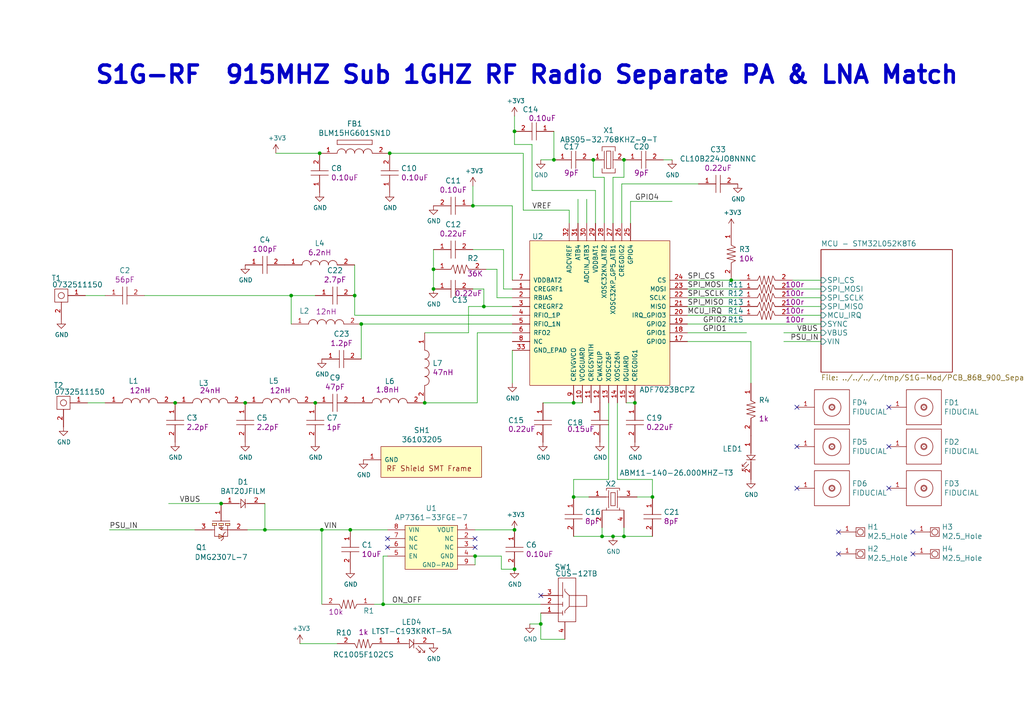
<source format=kicad_sch>
(kicad_sch (version 20230121) (generator eeschema)
  (paper "A4")
  (title_block (title "S1G 915MHZ RF RX/TX Module Separate PA/LNA Match") (date "2016-11-07") (rev "0.1a") (company "GhostPCB") (comment 1 "Engineered and Drawn By: Adam Vadala-Roth"))
  (junction (at 50.8 116.84))
  (junction (at 189.23 144.145))
  (junction (at 91.44 116.84))
  (junction (at 137.795 161.29))
  (junction (at 92.71 44.45))
  (junction (at 180.975 155.575))
  (junction (at 180.975 46.355))
  (junction (at 125.73 83.82))
  (junction (at 156.845 180.975))
  (junction (at 212.09 81.28))
  (junction (at 160.655 46.355))
  (junction (at 101.6 153.67))
  (junction (at 149.225 38.1))
  (junction (at 174.625 155.575))
  (junction (at 64.135 146.05))
  (junction (at 125.73 78.105))
  (junction (at 177.8 155.575))
  (junction (at 84.455 85.725))
  (junction (at 137.16 59.69))
  (junction (at 76.835 153.67))
  (junction (at 113.03 44.45))
  (junction (at 140.335 88.9))
  (junction (at 93.345 153.67))
  (junction (at 166.37 116.84))
  (junction (at 172.085 46.355))
  (junction (at 149.225 153.67))
  (junction (at 102.87 85.725))
  (junction (at 184.15 116.84))
  (junction (at 71.12 116.84))
  (junction (at 123.19 116.84))
  (junction (at 104.775 93.98))
  (junction (at 111.125 175.26))
  (junction (at 149.225 165.1))
  (junction (at 166.37 144.145))
  (no_connect (at 231.14 141.605))
  (no_connect (at 264.795 154.305))
  (no_connect (at 257.81 118.11))
  (no_connect (at 231.14 129.54))
  (no_connect (at 243.205 160.655))
  (no_connect (at 257.81 129.54))
  (no_connect (at 137.795 158.75))
  (no_connect (at 112.395 158.75))
  (no_connect (at 257.81 141.605))
  (no_connect (at 264.795 160.655))
  (no_connect (at 156.845 172.72))
  (no_connect (at 243.205 154.305))
  (no_connect (at 137.795 156.21))
  (no_connect (at 112.395 156.21))
  (no_connect (at 231.14 118.11))
  (wire (pts (xy 177.8 64.77) (xy 177.8 51.435)))
  (wire (pts (xy 156.845 180.975) (xy 156.845 185.42)))
  (wire (pts (xy 112.395 161.29) (xy 111.125 161.29)))
  (wire (pts (xy 172.085 51.435) (xy 175.26 51.435)))
  (wire (pts (xy 149.225 38.1) (xy 149.225 33.655)))
  (wire (pts (xy 140.335 88.9) (xy 148.59 88.9)))
  (wire (pts (xy 170.18 64.77) (xy 170.18 57.785)))
  (wire (pts (xy 140.335 83.82) (xy 140.335 88.9)))
  (wire (pts (xy 123.19 96.52) (xy 135.89 96.52)))
  (wire (pts (xy 165.1 64.77) (xy 165.1 60.96)))
  (wire (pts (xy 135.89 96.52) (xy 135.89 88.9)))
  (wire (pts (xy 180.975 51.435) (xy 180.975 46.355)))
  (wire (pts (xy 154.305 41.91) (xy 149.225 41.91)))
  (wire (pts (xy 238.125 86.36) (xy 229.87 86.36)))
  (wire (pts (xy 238.125 88.9) (xy 229.87 88.9)))
  (wire (pts (xy 179.07 139.065) (xy 189.23 139.065)))
  (wire (pts (xy 229.87 83.82) (xy 238.125 83.82)))
  (wire (pts (xy 84.455 85.725) (xy 84.455 93.98)))
  (wire (pts (xy 144.145 78.105) (xy 144.145 86.36)))
  (wire (pts (xy 166.37 139.065) (xy 176.53 139.065)))
  (wire (pts (xy 108.585 175.26) (xy 111.125 175.26)))
  (wire (pts (xy 212.09 81.28) (xy 214.63 81.28)))
  (wire (pts (xy 180.975 153.035) (xy 180.975 155.575)))
  (wire (pts (xy 199.39 91.44) (xy 214.63 91.44)))
  (wire (pts (xy 146.05 72.39) (xy 146.05 83.82)))
  (wire (pts (xy 199.39 96.52) (xy 216.535 96.52)))
  (wire (pts (xy 140.97 78.105) (xy 144.145 78.105)))
  (wire (pts (xy 182.88 64.77) (xy 182.88 58.42)))
  (wire (pts (xy 238.125 96.52) (xy 227.33 96.52)))
  (wire (pts (xy 102.87 85.725) (xy 102.87 91.44)))
  (wire (pts (xy 76.835 146.05) (xy 76.835 153.67)))
  (wire (pts (xy 172.72 64.77) (xy 172.72 55.245)))
  (wire (pts (xy 182.88 58.42) (xy 194.945 58.42)))
  (wire (pts (xy 202.565 53.34) (xy 180.34 53.34)))
  (wire (pts (xy 137.795 161.29) (xy 145.415 161.29)))
  (wire (pts (xy 151.765 60.96) (xy 151.765 44.45)))
  (wire (pts (xy 148.59 96.52) (xy 138.43 96.52)))
  (wire (pts (xy 145.415 165.1) (xy 149.225 165.1)))
  (wire (pts (xy 148.59 93.98) (xy 104.775 93.98)))
  (wire (pts (xy 192.405 46.355) (xy 194.945 46.355)))
  (wire (pts (xy 71.755 153.67) (xy 76.835 153.67)))
  (wire (pts (xy 214.63 88.9) (xy 199.39 88.9)))
  (wire (pts (xy 167.64 64.77) (xy 167.64 57.785)))
  (wire (pts (xy 170.815 144.145) (xy 166.37 144.145)))
  (wire (pts (xy 172.085 46.355) (xy 172.085 51.435)))
  (wire (pts (xy 156.845 177.8) (xy 156.845 180.975)))
  (wire (pts (xy 41.91 85.725) (xy 84.455 85.725)))
  (wire (pts (xy 101.6 153.67) (xy 112.395 153.67)))
  (wire (pts (xy 145.415 161.29) (xy 145.415 165.1)))
  (wire (pts (xy 180.34 53.34) (xy 180.34 64.77)))
  (wire (pts (xy 56.515 153.67) (xy 31.75 153.67)))
  (wire (pts (xy 149.225 41.91) (xy 149.225 38.1)))
  (wire (pts (xy 154.305 55.245) (xy 154.305 41.91)))
  (wire (pts (xy 177.8 51.435) (xy 180.975 51.435)))
  (wire (pts (xy 165.1 60.96) (xy 151.765 60.96)))
  (wire (pts (xy 151.765 44.45) (xy 113.03 44.45)))
  (wire (pts (xy 138.43 96.52) (xy 138.43 116.84)))
  (wire (pts (xy 137.16 53.975) (xy 137.16 59.69)))
  (wire (pts (xy 137.16 72.39) (xy 146.05 72.39)))
  (wire (pts (xy 24.765 85.725) (xy 30.48 85.725)))
  (wire (pts (xy 102.87 91.44) (xy 148.59 91.44)))
  (wire (pts (xy 93.345 153.67) (xy 101.6 153.67)))
  (wire (pts (xy 137.795 163.83) (xy 137.795 161.29)))
  (wire (pts (xy 125.73 78.105) (xy 125.73 83.82)))
  (wire (pts (xy 97.79 186.69) (xy 86.995 186.69)))
  (wire (pts (xy 181.61 116.84) (xy 184.15 116.84)))
  (wire (pts (xy 137.795 153.67) (xy 149.225 153.67)))
  (wire (pts (xy 174.625 155.575) (xy 177.8 155.575)))
  (wire (pts (xy 146.05 83.82) (xy 148.59 83.82)))
  (wire (pts (xy 176.53 116.84) (xy 176.53 139.065)))
  (wire (pts (xy 157.48 116.84) (xy 166.37 116.84)))
  (wire (pts (xy 174.625 153.035) (xy 174.625 155.575)))
  (wire (pts (xy 217.805 99.06) (xy 217.805 111.125)))
  (wire (pts (xy 111.125 175.26) (xy 156.845 175.26)))
  (wire (pts (xy 214.63 83.82) (xy 199.39 83.82)))
  (wire (pts (xy 138.43 116.84) (xy 123.19 116.84)))
  (wire (pts (xy 76.835 153.67) (xy 93.345 153.67)))
  (wire (pts (xy 137.16 83.82) (xy 140.335 83.82)))
  (wire (pts (xy 238.125 91.44) (xy 229.87 91.44)))
  (wire (pts (xy 111.125 161.29) (xy 111.125 175.26)))
  (wire (pts (xy 84.455 85.725) (xy 91.44 85.725)))
  (wire (pts (xy 104.775 93.98) (xy 104.775 104.14)))
  (wire (pts (xy 189.23 139.065) (xy 189.23 144.145)))
  (wire (pts (xy 148.59 59.69) (xy 148.59 81.28)))
  (wire (pts (xy 199.39 93.98) (xy 238.125 93.98)))
  (wire (pts (xy 93.345 175.26) (xy 93.345 153.67)))
  (wire (pts (xy 180.975 155.575) (xy 189.23 155.575)))
  (wire (pts (xy 189.23 144.145) (xy 184.785 144.145)))
  (wire (pts (xy 238.125 99.06) (xy 227.33 99.06)))
  (wire (pts (xy 166.37 144.145) (xy 166.37 139.065)))
  (wire (pts (xy 229.87 81.28) (xy 238.125 81.28)))
  (wire (pts (xy 166.37 116.84) (xy 168.91 116.84)))
  (wire (pts (xy 102.87 76.835) (xy 102.87 85.725)))
  (wire (pts (xy 64.135 146.05) (xy 48.895 146.05)))
  (wire (pts (xy 92.71 44.45) (xy 80.01 44.45)))
  (wire (pts (xy 30.48 116.84) (xy 25.4 116.84)))
  (wire (pts (xy 137.16 59.69) (xy 148.59 59.69)))
  (wire (pts (xy 199.39 81.28) (xy 212.09 81.28)))
  (wire (pts (xy 177.8 155.575) (xy 180.975 155.575)))
  (wire (pts (xy 199.39 99.06) (xy 217.805 99.06)))
  (wire (pts (xy 179.07 116.84) (xy 179.07 139.065)))
  (wire (pts (xy 160.655 46.355) (xy 156.845 46.355)))
  (wire (pts (xy 160.655 46.355) (xy 160.655 38.1)))
  (wire (pts (xy 199.39 86.36) (xy 214.63 86.36)))
  (wire (pts (xy 144.145 86.36) (xy 148.59 86.36)))
  (wire (pts (xy 156.845 185.42) (xy 163.83 185.42)))
  (wire (pts (xy 166.37 155.575) (xy 174.625 155.575)))
  (wire (pts (xy 135.89 88.9) (xy 140.335 88.9)))
  (wire (pts (xy 172.72 55.245) (xy 154.305 55.245)))
  (wire (pts (xy 153.67 180.975) (xy 156.845 180.975)))
  (wire (pts (xy 175.26 51.435) (xy 175.26 64.77)))
  (wire (pts (xy 125.73 72.39) (xy 125.73 78.105)))
  (wire (pts (xy 148.59 101.6) (xy 148.59 111.125)))
  (text "S1G-RF  915MHZ Sub 1GHZ RF Radio Separate PA & LNA Match" (at 27.305 24.765 0) (effects (font (size 5.0038 5.0038) (thickness 1.0008) bold) (justify left bottom)))
  (label "MCU_IRQ" (at 199.39 91.44 0) (effects (font (size 1.524 1.524))))
  (label "GPIO4" (at 184.15 58.42 0) (effects (font (size 1.524 1.524))))
  (label "ON_OFF" (at 113.665 175.26 0) (effects (font (size 1.524 1.524))))
  (label "SPI_MOSI" (at 199.39 83.82 0) (effects (font (size 1.524 1.524))))
  (label "PSU_IN" (at 229.235 99.06 0) (effects (font (size 1.524 1.524))))
  (label "VIN" (at 93.98 153.67 0) (effects (font (size 1.524 1.524))))
  (label "GPIO2" (at 203.835 93.98 0) (effects (font (size 1.524 1.524))))
  (label "VBUS" (at 52.07 146.05 0) (effects (font (size 1.524 1.524))))
  (label "SPI_MISO" (at 199.39 88.9 0) (effects (font (size 1.524 1.524))))
  (label "GPIO1" (at 203.835 96.52 0) (effects (font (size 1.524 1.524))))
  (label "SPI_CS" (at 199.39 81.28 0) (effects (font (size 1.524 1.524))))
  (label "PSU_IN" (at 31.75 153.67 0) (effects (font (size 1.524 1.524))))
  (label "VREF" (at 154.305 60.96 0) (effects (font (size 1.524 1.524))))
  (label "SPI_SCLK" (at 199.39 86.36 0) (effects (font (size 1.524 1.524))))
  (label "VBUS" (at 231.14 96.52 0) (effects (font (size 1.524 1.524))))
  (symbol (lib_id "S1G_Mod_868-rescue:GRM155R71H152KA01D") (at 173.99 122.555 270) (unit 1)
    (property "Reference" "C18" (at 164.465 122.555 90) (effects (font (size 1.524 1.524)) (justify left)))
    (property "Value" "GRM155R71H152KA01D" (effects hide))
    (property "Footprint" "PCB_Footprints:C0402" (effects hide))
    (property "Datasheet" "http://www.murata.com/~/media/webrenewal/support/library/catalog/products/capacitor/mlcc/c02e.pdf" (effects hide))
    (property "Cost" "0.00225 @ 5000" (effects hide))
    (property "Date Created" "28 Oct 2016" (effects hide))
    (property "Date Modifed" "28 Oct 2016" (effects hide))
    (property "Designer" "Adam Vadala-Roth" (effects hide))
    (property "Height" "0.51mm" (effects hide))
    (property "RHoS?" "Yes" (effects hide))
    (property "MFR" "Murata Electronics North America" (effects hide))
    (property "MFR#" "GRM155R71H152KA01D" (effects hide))
    (property "Mounting" "SMT/SMD" (effects hide))
    (property "Pin Count#" "2" (effects hide))
    (property "Status" "Active" (effects hide))
    (property "Tolerance" "10%" (effects hide))
    (property "Type" "Ceramic Capacitor 0402" (effects hide))
    (property "Voltage" "50V" (effects hide))
    (property "Wattage" "N/A" (effects hide))
    (property "Componen-Value" "0.15uF" (at 164.465 124.46 90) (effects (font (size 1.524 1.524)) (justify left)))
    (property "Description" "1500pF 50V Ceramic Capacitor X7R 0402 (1005 Metric) 0.039\" L x 0.020\" W (1.00mm x 0.50mm)" (effects hide))
  )
  (symbol (lib_id "S1G_Mod_868-rescue:GND") (at 177.8 155.575 0) (unit 1)
    (property "Reference" "#PWR01" (effects hide))
    (property "Value" "GND" (at 177.927 159.9692 0))
  )
  (symbol (lib_id "S1G_Mod_868-rescue:CL10B224JO8NNNC") (at 132.08 72.39 0) (unit 1)
    (property "Reference" "C12" (at 131.445 65.1002 0) (effects (font (size 1.524 1.524))))
    (property "Value" "CL10B224JO8NNNC" (effects hide))
    (property "Footprint" "PCB_Footprints:C0402" (effects hide))
    (property "Datasheet" "http://www.samsungsem.com/kr/front/downloadcms.do?path=/kr/support/product-search/mlcc/__icsFiles/afieldfile/2014/11/05&fileName=C_CL10B224JO8NNNC.pdf" (effects hide))
    (property "Cost" "0.03186 @ 4000" (effects hide))
    (property "Date Created" "28 Oct 2016" (effects hide))
    (property "Date Modified" "28 Oct 2016" (effects hide))
    (property "Designer" "Adam Vadala-Roth" (effects hide))
    (property "Height" "0.9mm" (effects hide))
    (property "RHoS?" "Yes" (effects hide))
    (property "MFR" "Samsung Electro-Mechanics America, Inc." (effects hide))
    (property "MFR#" "CL10B224JO8NNNC" (effects hide))
    (property "Mounting" "SMT/SMD" (effects hide))
    (property "Pint Count#" "2" (effects hide))
    (property "Status" "Active" (effects hide))
    (property "Tolerance" "5%" (effects hide))
    (property "Type" "Ceramic Capacitor 0402" (effects hide))
    (property "Voltage" "16V" (effects hide))
    (property "Wattage" "N/A" (effects hide))
    (property "Component-Value" "0.22uF" (at 131.445 67.7926 0) (effects (font (size 1.524 1.524))))
    (property "Description" "0.22µF 16V Ceramic Capacitor X7R 0603 (1608 Metric) 0.063\" L x 0.031\" W (1.60mm x 0.80mm)" (effects hide))
  )
  (symbol (lib_id "S1G_Mod_868-rescue:GND") (at 148.59 111.125 0) (unit 1)
    (property "Reference" "#PWR02" (effects hide))
    (property "Value" "GND" (at 148.717 115.5192 0))
  )
  (symbol (lib_id "S1G_Mod_868-rescue:+3.3V") (at 137.16 53.975 0) (unit 1)
    (property "Reference" "#PWR03" (effects hide))
    (property "Value" "+3.3V" (at 137.541 49.5808 0))
  )
  (symbol (lib_id "S1G_Mod_868-rescue:GND") (at 125.73 83.82 0) (unit 1)
    (property "Reference" "#PWR04" (effects hide))
    (property "Value" "GND" (at 125.857 88.2142 0))
  )
  (symbol (lib_id "S1G_Mod_868-rescue:CL10B224JO8NNNC") (at 132.08 83.82 0) (unit 1)
    (property "Reference" "C13" (at 133.35 86.995 0) (effects (font (size 1.524 1.524))))
    (property "Value" "CL10B224JO8NNNC" (effects hide))
    (property "Footprint" "PCB_Footprints:C0402" (effects hide))
    (property "Datasheet" "http://www.samsungsem.com/kr/front/downloadcms.do?path=/kr/support/product-search/mlcc/__icsFiles/afieldfile/2014/11/05&fileName=C_CL10B224JO8NNNC.pdf" (effects hide))
    (property "Cost" "0.03186 @ 4000" (effects hide))
    (property "Date Created" "28 Oct 2016" (effects hide))
    (property "Date Modified" "28 Oct 2016" (effects hide))
    (property "Designer" "Adam Vadala-Roth" (effects hide))
    (property "Height" "0.9mm" (effects hide))
    (property "RHoS?" "Yes" (effects hide))
    (property "MFR" "Samsung Electro-Mechanics America, Inc." (effects hide))
    (property "MFR#" "CL10B224JO8NNNC" (effects hide))
    (property "Mounting" "SMT/SMD" (effects hide))
    (property "Pint Count#" "2" (effects hide))
    (property "Status" "Active" (effects hide))
    (property "Tolerance" "5%" (effects hide))
    (property "Type" "Ceramic Capacitor 0402" (effects hide))
    (property "Voltage" "16V" (effects hide))
    (property "Wattage" "N/A" (effects hide))
    (property "Component-Value" "0.22uF" (at 135.89 85.09 0) (effects (font (size 1.524 1.524))))
    (property "Description" "0.22µF 16V Ceramic Capacitor X7R 0603 (1608 Metric) 0.063\" L x 0.031\" W (1.60mm x 0.80mm)" (effects hide))
  )
  (symbol (lib_id "S1G_Mod_868-rescue:CL10B224JO8NNNC") (at 184.15 123.19 270) (unit 1)
    (property "Reference" "C19" (at 187.4012 121.2088 90) (effects (font (size 1.524 1.524)) (justify left)))
    (property "Value" "CL10B224JO8NNNC" (effects hide))
    (property "Footprint" "PCB_Footprints:C0402" (effects hide))
    (property "Datasheet" "http://www.samsungsem.com/kr/front/downloadcms.do?path=/kr/support/product-search/mlcc/__icsFiles/afieldfile/2014/11/05&fileName=C_CL10B224JO8NNNC.pdf" (effects hide))
    (property "Cost" "0.03186 @ 4000" (effects hide))
    (property "Date Created" "28 Oct 2016" (effects hide))
    (property "Date Modified" "28 Oct 2016" (effects hide))
    (property "Designer" "Adam Vadala-Roth" (effects hide))
    (property "Height" "0.9mm" (effects hide))
    (property "RHoS?" "Yes" (effects hide))
    (property "MFR" "Samsung Electro-Mechanics America, Inc." (effects hide))
    (property "MFR#" "CL10B224JO8NNNC" (effects hide))
    (property "Mounting" "SMT/SMD" (effects hide))
    (property "Pint Count#" "2" (effects hide))
    (property "Status" "Active" (effects hide))
    (property "Tolerance" "5%" (effects hide))
    (property "Type" "Ceramic Capacitor 0402" (effects hide))
    (property "Voltage" "16V" (effects hide))
    (property "Wattage" "N/A" (effects hide))
    (property "Component-Value" "0.22uF" (at 187.4012 123.9012 90) (effects (font (size 1.524 1.524)) (justify left)))
    (property "Description" "0.22µF 16V Ceramic Capacitor X7R 0603 (1608 Metric) 0.063\" L x 0.031\" W (1.60mm x 0.80mm)" (effects hide))
  )
  (symbol (lib_id "S1G_Mod_868-rescue:CL10B224JO8NNNC") (at 157.48 123.19 270) (unit 1)
    (property "Reference" "C15" (at 147.32 121.92 90) (effects (font (size 1.524 1.524)) (justify left)))
    (property "Value" "CL10B224JO8NNNC" (effects hide))
    (property "Footprint" "PCB_Footprints:C0402" (effects hide))
    (property "Datasheet" "http://www.samsungsem.com/kr/front/downloadcms.do?path=/kr/support/product-search/mlcc/__icsFiles/afieldfile/2014/11/05&fileName=C_CL10B224JO8NNNC.pdf" (effects hide))
    (property "Cost" "0.03186 @ 4000" (effects hide))
    (property "Date Created" "28 Oct 2016" (effects hide))
    (property "Date Modified" "28 Oct 2016" (effects hide))
    (property "Designer" "Adam Vadala-Roth" (effects hide))
    (property "Height" "0.9mm" (effects hide))
    (property "RHoS?" "Yes" (effects hide))
    (property "MFR" "Samsung Electro-Mechanics America, Inc." (effects hide))
    (property "MFR#" "CL10B224JO8NNNC" (effects hide))
    (property "Mounting" "SMT/SMD" (effects hide))
    (property "Pint Count#" "2" (effects hide))
    (property "Status" "Active" (effects hide))
    (property "Tolerance" "5%" (effects hide))
    (property "Type" "Ceramic Capacitor 0402" (effects hide))
    (property "Voltage" "16V" (effects hide))
    (property "Wattage" "N/A" (effects hide))
    (property "Component-Value" "0.22uF" (at 147.32 124.46 90) (effects (font (size 1.524 1.524)) (justify left)))
    (property "Description" "0.22µF 16V Ceramic Capacitor X7R 0603 (1608 Metric) 0.063\" L x 0.031\" W (1.60mm x 0.80mm)" (effects hide))
  )
  (symbol (lib_id "S1G_Mod_868-rescue:GND") (at 157.48 128.27 0) (unit 1)
    (property "Reference" "#PWR05" (effects hide))
    (property "Value" "GND" (at 157.607 132.6642 0))
  )
  (symbol (lib_id "S1G_Mod_868-rescue:GND") (at 184.15 128.27 0) (unit 1)
    (property "Reference" "#PWR06" (effects hide))
    (property "Value" "GND" (at 184.277 132.6642 0))
  )
  (symbol (lib_id "S1G_Mod_868-rescue:GND") (at 173.99 128.27 0) (unit 1)
    (property "Reference" "#PWR07" (effects hide))
    (property "Value" "GND" (at 174.117 132.6642 0))
  )
  (symbol (lib_id "S1G_Mod_868-rescue:LTST-C193TBKT-5A") (at 217.805 132.715 270) (unit 1)
    (property "Reference" "LED1" (at 209.55 130.175 90) (effects (font (size 1.524 1.524)) (justify left)))
    (property "Value" "LTST-C193TBKT-5A" (effects hide))
    (property "Footprint" "PCB_Footprints:LED0603" (effects hide))
    (property "Datasheet" "http://optoelectronics.liteon.com/upload/download/DS22-2004-060/P_100_LTST-C193TBKT-5A.pdf" (effects hide))
    (property "Cost" "0.06102 @ 6000" (effects hide))
    (property "Date Created" "8 Sept 2016" (effects hide))
    (property "Date Modified" "8 Sept 2016" (effects hide))
    (property "Designer" "Adam Vadala-Roth" (effects hide))
    (property "Height" "0.55mm" (effects hide))
    (property "RhoS?" "Yes" (effects hide))
    (property "MFR" "Lite-On Inc" (effects hide))
    (property "MFR#" "LTST-C193TBKT-5A" (effects hide))
    (property "Mounting" "SMT/SMD" (effects hide))
    (property "Pin Count#" "2" (effects hide))
    (property "Status" "Active" (effects hide))
    (property "Tolerance" "N/A" (effects hide))
    (property "Type" "0603 LED" (effects hide))
    (property "Voltage" "2.8V Forward Voltage" (effects hide))
    (property "Wattage" "N/A" (effects hide))
    (property "Component-Value" "N/A" (effects hide))
    (property "Description" "Blue 470nm LED Indication - Discrete 2.8V 0603 (1608 Metric)" (effects hide))
  )
  (symbol (lib_id "S1G_Mod_868-rescue:GND") (at 217.805 139.065 0) (unit 1)
    (property "Reference" "#PWR08" (effects hide))
    (property "Value" "GND" (at 217.932 143.4592 0))
  )
  (symbol (lib_id "S1G_Mod_868-rescue:+3.3V") (at 149.225 33.655 0) (unit 1)
    (property "Reference" "#PWR09" (effects hide))
    (property "Value" "+3.3V" (at 149.606 29.2608 0))
  )
  (symbol (lib_id "S1G_Mod_868-rescue:CL05B104JP5NNNC") (at 154.305 38.1 180) (unit 1)
    (property "Reference" "C14" (at 156.21 31.75 0) (effects (font (size 1.524 1.524)) (justify left)))
    (property "Value" "CL05B104JP5NNNC" (effects hide))
    (property "Footprint" "PCB_Footprints:C0402" (effects hide))
    (property "Datasheet" "http://www.samsungsem.com/kr/support/product-search/mlcc/__icsFiles/afieldfile/2016/08/18/S_CL05B104JP5NNNC.pdf" (effects hide))
    (property "Cost" "$0.00903 @ 5000" (effects hide))
    (property "Date Created" "4 Sept 2016" (effects hide))
    (property "Date Modified" "5 Sept 2016" (effects hide))
    (property "Designer" "Adam Vadala-Roth" (effects hide))
    (property "Height" "0.55mm" (effects hide))
    (property "RHoS?" "Yes" (effects hide))
    (property "MFR" "Samsung Electro-Mechanics America, Inc." (effects hide))
    (property "MFR#" "CL05B104JP5NNNC" (effects hide))
    (property "Mounting" "SMT/SMD" (effects hide))
    (property "Pint Count#" "2" (effects hide))
    (property "Status" "Active" (effects hide))
    (property "Tolerance" "5%" (effects hide))
    (property "Type" "Ceramic Capacitor 0402" (effects hide))
    (property "Voltage" "10V" (effects hide))
    (property "Wattage" "N/A" (effects hide))
    (property "Component-Value" "0.10uF" (at 161.29 34.29 0) (effects (font (size 1.524 1.524)) (justify left)))
    (property "Description" "0.10µF 10V Ceramic Capacitor X7R 0402 (1005 Metric) 0.039\" L x 0.020\" W (1.00mm x 0.50mm)" (effects hide))
  )
  (symbol (lib_id "S1G_Mod_868-rescue:CL05B104JP5NNNC") (at 130.81 59.69 180) (unit 1)
    (property "Reference" "C11" (at 131.445 52.4002 0) (effects (font (size 1.524 1.524))))
    (property "Value" "CL05B104JP5NNNC" (effects hide))
    (property "Footprint" "PCB_Footprints:C0402" (effects hide))
    (property "Datasheet" "http://www.samsungsem.com/kr/support/product-search/mlcc/__icsFiles/afieldfile/2016/08/18/S_CL05B104JP5NNNC.pdf" (effects hide))
    (property "Cost" "$0.00903 @ 5000" (effects hide))
    (property "Date Created" "4 Sept 2016" (effects hide))
    (property "Date Modified" "5 Sept 2016" (effects hide))
    (property "Designer" "Adam Vadala-Roth" (effects hide))
    (property "Height" "0.55mm" (effects hide))
    (property "RHoS?" "Yes" (effects hide))
    (property "MFR" "Samsung Electro-Mechanics America, Inc." (effects hide))
    (property "MFR#" "CL05B104JP5NNNC" (effects hide))
    (property "Mounting" "SMT/SMD" (effects hide))
    (property "Pint Count#" "2" (effects hide))
    (property "Status" "Active" (effects hide))
    (property "Tolerance" "5%" (effects hide))
    (property "Type" "Ceramic Capacitor 0402" (effects hide))
    (property "Voltage" "10V" (effects hide))
    (property "Wattage" "N/A" (effects hide))
    (property "Component-Value" "0.10uF" (at 131.445 55.0926 0) (effects (font (size 1.524 1.524))))
    (property "Description" "0.10µF 10V Ceramic Capacitor X7R 0402 (1005 Metric) 0.039\" L x 0.020\" W (1.00mm x 0.50mm)" (effects hide))
  )
  (symbol (lib_id "S1G_Mod_868-rescue:GND") (at 125.73 59.69 0) (unit 1)
    (property "Reference" "#PWR010" (effects hide))
    (property "Value" "GND" (at 125.857 64.0842 0))
  )
  (symbol (lib_id "S1G_Mod_868-rescue:CL05B104JP5NNNC") (at 149.225 160.02 270) (unit 1)
    (property "Reference" "C6" (at 152.4762 158.0388 90) (effects (font (size 1.524 1.524)) (justify left)))
    (property "Value" "CL05B104JP5NNNC" (effects hide))
    (property "Footprint" "PCB_Footprints:C0402" (effects hide))
    (property "Datasheet" "http://www.samsungsem.com/kr/support/product-search/mlcc/__icsFiles/afieldfile/2016/08/18/S_CL05B104JP5NNNC.pdf" (effects hide))
    (property "Cost" "$0.00903 @ 5000" (effects hide))
    (property "Date Created" "4 Sept 2016" (effects hide))
    (property "Date Modified" "5 Sept 2016" (effects hide))
    (property "Designer" "Adam Vadala-Roth" (effects hide))
    (property "Height" "0.55mm" (effects hide))
    (property "RHoS?" "Yes" (effects hide))
    (property "MFR" "Samsung Electro-Mechanics America, Inc." (effects hide))
    (property "MFR#" "CL05B104JP5NNNC" (effects hide))
    (property "Mounting" "SMT/SMD" (effects hide))
    (property "Pint Count#" "2" (effects hide))
    (property "Status" "Active" (effects hide))
    (property "Tolerance" "5%" (effects hide))
    (property "Type" "Ceramic Capacitor 0402" (effects hide))
    (property "Voltage" "10V" (effects hide))
    (property "Wattage" "N/A" (effects hide))
    (property "Component-Value" "0.10uF" (at 152.4762 160.7312 90) (effects (font (size 1.524 1.524)) (justify left)))
    (property "Description" "0.10µF 10V Ceramic Capacitor X7R 0402 (1005 Metric) 0.039\" L x 0.020\" W (1.00mm x 0.50mm)" (effects hide))
  )
  (symbol (lib_id "S1G_Mod_868-rescue:CL10A106KQ8NNNC") (at 101.6 158.75 270) (unit 1)
    (property "Reference" "C1" (at 104.8512 158.0388 90) (effects (font (size 1.524 1.524)) (justify left)))
    (property "Value" "CL10A106KQ8NNNC" (effects hide))
    (property "Footprint" "PCB_Footprints:C0603" (effects hide))
    (property "Datasheet" "http://www.samsungsem.com/kr/support/product-search/mlcc/__icsFiles/afieldfile/2016/08/18/S_CL10A106KQ8NNNC.pdf" (effects hide))
    (property "Cost" "0.05145 @ 4000" (effects hide))
    (property "Date Created" "5 Sept 2016" (effects hide))
    (property "Date Modifed" "5 Sept 2016" (effects hide))
    (property "Designer" "Adam Vadala-Roth" (effects hide))
    (property "Height" "0.90mm" (effects hide))
    (property "RHoS?" "Yes" (effects hide))
    (property "MFR" "Samsung Electro-Mechanics America, Inc." (effects hide))
    (property "MFR#" "CL10A106KQ8NNNC" (effects hide))
    (property "Mounting" "SMT/SMD" (effects hide))
    (property "Pin Count#" "2" (effects hide))
    (property "Status" "Active" (effects hide))
    (property "Tolerance" "10%" (effects hide))
    (property "Type" "Ceramic Capacitor 0603" (effects hide))
    (property "Voltage" "6.3V" (effects hide))
    (property "Wattage" "N/A" (effects hide))
    (property "Componen-Value" "10uF" (at 104.8512 160.7312 90) (effects (font (size 1.524 1.524)) (justify left)))
    (property "Description" "10µF 6.3V Ceramic Capacitor X5R 0603 (1608 Metric) 0.063\" L x 0.031\" W (1.60mm x 0.80mm)" (effects hide))
  )
  (symbol (lib_id "S1G_Mod_868-rescue:RC1005F103CS") (at 100.965 175.26 180) (unit 1)
    (property "Reference" "R1" (at 108.585 177.165 0) (effects (font (size 1.524 1.524)) (justify left)))
    (property "Value" "RC1005F103CS" (effects hide))
    (property "Footprint" "PCB_Footprints:R0402" (effects hide))
    (property "Datasheet" "https://media.digikey.com/pdf/Data%20Sheets/Samsung%20PDFs/RC_Series_ds.pdf" (effects hide))
    (property "Cost" "0.00173 @ 5000" (effects hide))
    (property "Date Created" "5 Sept 2016" (effects hide))
    (property "Date Modified" "5 Sept 2016" (effects hide))
    (property "Designer" "Adam Vadala-Roth" (effects hide))
    (property "Height" "0.4mm" (effects hide))
    (property "RHoS?" "Yes" (effects hide))
    (property "MFR" "Samsung Electro-Mechanics America, Inc." (effects hide))
    (property "MFR#" "RC1005F103CS" (effects hide))
    (property "Mounting" "SMT/SMD" (effects hide))
    (property "Pin Count#" "2" (effects hide))
    (property "Status" "Active" (effects hide))
    (property "Tolerance" "1%" (effects hide))
    (property "Type" "passive" (effects hide))
    (property "Voltage" "N/A" (effects hide))
    (property "Wattage" "1/16" (effects hide))
    (property "Component-Value" "10k" (at 99.6188 177.4952 0) (effects (font (size 1.524 1.524)) (justify left)))
    (property "Description" "RES SMD 10K OHM 1% 1/16W 0402" (effects hide))
  )
  (symbol (lib_id "S1G_Mod_868-rescue:GND") (at 101.6 165.1 0) (unit 1)
    (property "Reference" "#PWR014" (effects hide))
    (property "Value" "GND" (at 101.727 169.4942 0))
  )
  (symbol (lib_id "S1G_Mod_868-rescue:GND") (at 149.225 165.1 0) (unit 1)
    (property "Reference" "#PWR015" (effects hide))
    (property "Value" "GND" (at 149.352 169.4942 0))
  )
  (symbol (lib_id "S1G_Mod_868-rescue:+3.3V") (at 149.225 153.67 0) (unit 1)
    (property "Reference" "#PWR016" (effects hide))
    (property "Value" "+3.3V" (at 149.606 149.2758 0))
  )
  (symbol (lib_id "S1G_Mod_868-rescue:GND") (at 50.8 128.27 0) (unit 1)
    (property "Reference" "#PWR012" (effects hide))
    (property "Value" "GND" (at 50.927 132.6642 0))
  )
  (symbol (lib_id "S1G_Mod_868-rescue:GND") (at 71.12 128.27 0) (unit 1)
    (property "Reference" "#PWR013" (effects hide))
    (property "Value" "GND" (at 71.247 132.6642 0))
  )
  (symbol (lib_id "S1G_Mod_868-rescue:GND") (at 156.845 46.355 0) (unit 1)
    (property "Reference" "#PWR017" (effects hide))
    (property "Value" "GND" (at 156.972 50.7492 0))
  )
  (symbol (lib_id "S1G_Mod_868-rescue:GND") (at 194.945 46.355 0) (unit 1)
    (property "Reference" "#PWR018" (effects hide))
    (property "Value" "GND" (at 195.072 50.7492 0))
  )
  (symbol (lib_id "S1G_Mod_868-rescue:CL05B104JP5NNNC") (at 113.03 49.53 270) (mirror x) (unit 1)
    (property "Reference" "C10" (at 116.2812 48.8188 90) (effects (font (size 1.524 1.524)) (justify left)))
    (property "Value" "CL05B104JP5NNNC" (effects hide))
    (property "Footprint" "PCB_Footprints:C0402" (effects hide))
    (property "Datasheet" "http://www.samsungsem.com/kr/support/product-search/mlcc/__icsFiles/afieldfile/2016/08/18/S_CL05B104JP5NNNC.pdf" (effects hide))
    (property "Cost" "$0.00903 @ 5000" (effects hide))
    (property "Date Created" "4 Sept 2016" (effects hide))
    (property "Date Modified" "5 Sept 2016" (effects hide))
    (property "Designer" "Adam Vadala-Roth" (effects hide))
    (property "Height" "0.55mm" (effects hide))
    (property "RHoS?" "Yes" (effects hide))
    (property "MFR" "Samsung Electro-Mechanics America, Inc." (effects hide))
    (property "MFR#" "CL05B104JP5NNNC" (effects hide))
    (property "Mounting" "SMT/SMD" (effects hide))
    (property "Pint Count#" "2" (effects hide))
    (property "Status" "Active" (effects hide))
    (property "Tolerance" "5%" (effects hide))
    (property "Type" "Ceramic Capacitor 0402" (effects hide))
    (property "Voltage" "10V" (effects hide))
    (property "Wattage" "N/A" (effects hide))
    (property "Component-Value" "0.10uF" (at 116.2812 51.5112 90) (effects (font (size 1.524 1.524)) (justify left)))
    (property "Description" "0.10µF 10V Ceramic Capacitor X7R 0402 (1005 Metric) 0.039\" L x 0.020\" W (1.00mm x 0.50mm)" (effects hide))
  )
  (symbol (lib_id "S1G_Mod_868-rescue:BLM15HG601SN1D") (at 102.87 44.45 0) (unit 1)
    (property "Reference" "FB1" (at 102.87 35.8902 0) (effects (font (size 1.524 1.524))))
    (property "Value" "BLM15HG601SN1D" (at 102.87 38.5826 0) (effects (font (size 1.524 1.524))))
    (property "Footprint" "PCB_Footprints:BLM15HG601SN1D" (effects hide))
    (property "Datasheet" "http://search.murata.co.jp/Ceramy/image/img/PDF/ENG/L0110S0101BLM15H.pdf" (effects hide))
    (property "Cost" "0.05090 @ 10000" (effects hide))
    (property "Date Created " "8 Sept 2016" (effects hide))
    (property "Date Modified" "8 Sept 2016" (effects hide))
    (property "Designer " "Adam Vadala-Roth" (effects hide))
    (property "Height" "0.4mm" (effects hide))
    (property "RHoS?" "Yest" (effects hide))
    (property "MFR" "Murata Electronics North America" (effects hide))
    (property "MFR#" "BLM15HG601SN1D" (effects hide))
    (property "Mounting" "SMT/SMD" (effects hide))
    (property "Pin Count#" "2" (effects hide))
    (property "Status" "Active" (effects hide))
    (property "Tolerance" "N/A" (effects hide))
    (property "Type" "Ferrite  Beard 300mA" (effects hide))
    (property "Voltage" "N/A" (effects hide))
    (property "Wattage" "N/A" (effects hide))
    (property "Component-Value" "600 ohm 300mA" (effects hide))
    (property "Description" "FERRITE BEAD 600 OHM 0402 1LN" (effects hide))
  )
  (symbol (lib_id "S1G_Mod_868-rescue:CL05B104JP5NNNC") (at 92.71 49.53 270) (mirror x) (unit 1)
    (property "Reference" "C8" (at 95.9612 48.8188 90) (effects (font (size 1.524 1.524)) (justify left)))
    (property "Value" "CL05B104JP5NNNC" (effects hide))
    (property "Footprint" "PCB_Footprints:C0402" (effects hide))
    (property "Datasheet" "http://www.samsungsem.com/kr/support/product-search/mlcc/__icsFiles/afieldfile/2016/08/18/S_CL05B104JP5NNNC.pdf" (effects hide))
    (property "Cost" "$0.00903 @ 5000" (effects hide))
    (property "Date Created" "4 Sept 2016" (effects hide))
    (property "Date Modified" "5 Sept 2016" (effects hide))
    (property "Designer" "Adam Vadala-Roth" (effects hide))
    (property "Height" "0.55mm" (effects hide))
    (property "RHoS?" "Yes" (effects hide))
    (property "MFR" "Samsung Electro-Mechanics America, Inc." (effects hide))
    (property "MFR#" "CL05B104JP5NNNC" (effects hide))
    (property "Mounting" "SMT/SMD" (effects hide))
    (property "Pint Count#" "2" (effects hide))
    (property "Status" "Active" (effects hide))
    (property "Tolerance" "5%" (effects hide))
    (property "Type" "Ceramic Capacitor 0402" (effects hide))
    (property "Voltage" "10V" (effects hide))
    (property "Wattage" "N/A" (effects hide))
    (property "Component-Value" "0.10uF" (at 95.9612 51.5112 90) (effects (font (size 1.524 1.524)) (justify left)))
    (property "Description" "0.10µF 10V Ceramic Capacitor X7R 0402 (1005 Metric) 0.039\" L x 0.020\" W (1.00mm x 0.50mm)" (effects hide))
  )
  (symbol (lib_id "S1G_Mod_868-rescue:ADF7023BCPZ") (at 175.26 90.17 0) (unit 1)
    (property "Reference" "U2" (at 154.305 68.58 0) (effects (font (size 1.524 1.524)) (justify left)))
    (property "Value" "ADF7023BCPZ" (at 185.42 113.03 0) (effects (font (size 1.524 1.524)) (justify left)))
    (property "Footprint" "PCB_Footprints:ADF7023BCPZ" (effects hide))
    (property "Datasheet" "http://www.analog.com/media/en/technical-documentation/data-sheets/ADF7023.pdf" (effects hide))
    (property "Cost" "2.38368 @ 5000" (effects hide))
    (property "Date Created" "28 Oct 2016" (effects hide))
    (property "Date Modified" "28 Oct 2016" (effects hide))
    (property "Designer" "Adam Vadala-Roth" (effects hide))
    (property "Height" "1.55mm" (effects hide))
    (property "RHoS?" "Yes" (effects hide))
    (property "MFR" "Analog Devices Inc." (effects hide))
    (property "MFR#" "ADF7023BCPZ" (effects hide))
    (property "Mounting" "SMT/SMD" (effects hide))
    (property "Pin Count#" "32" (effects hide))
    (property "Status" "Active" (effects hide))
    (property "Tolerance" "N/A" (effects hide))
    (property "Type" "Sub 1GHZ RF Transceiver + MCU" (effects hide))
    (property "Voltage" "3.3V" (effects hide))
    (property "Wattage" "N/A" (effects hide))
    (property "Component-Value" "N/A" (effects hide))
    (property "Description" "IC RF TxRx + MCU General ISM < 1GHz 431MHz ~ 464MHz, 862MHz ~ 928MHz 32-WFQFN Exposed Pad, CSP" (effects hide))
  )
  (symbol (lib_id "S1G_Mod_868-rescue:GND") (at 92.71 55.88 0) (unit 1)
    (property "Reference" "#PWR019" (effects hide))
    (property "Value" "GND" (at 92.837 60.2742 0))
  )
  (symbol (lib_id "S1G_Mod_868-rescue:GND") (at 113.03 55.88 0) (unit 1)
    (property "Reference" "#PWR020" (effects hide))
    (property "Value" "GND" (at 113.157 60.2742 0))
  )
  (symbol (lib_id "S1G_Mod_868-rescue:+3.3V") (at 80.01 44.45 0) (unit 1)
    (property "Reference" "#PWR021" (effects hide))
    (property "Value" "+3.3V" (at 80.391 40.0558 0))
  )
  (symbol (lib_id "S1G_Mod_868-rescue:0402CS-47NXJL") (at 123.19 106.68 270) (unit 1)
    (property "Reference" "L7" (at 125.4252 105.3338 90) (effects (font (size 1.524 1.524)) (justify left)))
    (property "Value" "0402CS-47NXJL" (effects hide))
    (property "Footprint" "PCB_Footprints:L0402" (effects hide))
    (property "Datasheet" "http://www.coilcraft.com/pdfs/0402cs.pdf" (effects hide))
    (property "Cost" "0.20 @ 4000" (effects hide))
    (property "Date Created " "29 Oct 2016" (effects hide))
    (property "Date Modified" "29 Oct 2016" (effects hide))
    (property "Designer " "Adam Vadala-Roth" (effects hide))
    (property "Height" "0.66mm" (effects hide))
    (property "RHoS?" "Yes" (effects hide))
    (property "MFR" "Coilcraft Inc" (effects hide))
    (property "MFR#" "0402CS-47NXJL" (effects hide))
    (property "Mounting" "SMT/SMD" (effects hide))
    (property "Pin Count#" "2" (effects hide))
    (property "Status" "Active" (effects hide))
    (property "Tolerance" "5%" (effects hide))
    (property "Type" "0402 Wirewound RF Inductor" (effects hide))
    (property "Voltage" "N/A" (effects hide))
    (property "Wattage" "N/A" (effects hide))
    (property "Component-Value" "47nH" (at 125.4252 108.0262 90) (effects (font (size 1.524 1.524)) (justify left)))
    (property "Description" "47nH 0402CS (1005) Ceramic Chip Inductors RF Grade" (effects hide))
  )
  (symbol (lib_id "S1G_Mod_868-rescue:0402CS-1N8XJL") (at 113.03 116.84 0) (unit 1)
    (property "Reference" "L6" (at 113.03 110.5662 0) (effects (font (size 1.524 1.524))))
    (property "Value" "0402CS-1N8XJL" (effects hide))
    (property "Footprint" "PCB_Footprints:L0402" (effects hide))
    (property "Datasheet" "http://www.coilcraft.com/pdfs/0402cs.pdf" (effects hide))
    (property "Cost" "0.20 @ 4000" (effects hide))
    (property "Date Created " "14 Oct 2016" (effects hide))
    (property "Date Modified" "14 Oct 2016" (effects hide))
    (property "Designer " "Adam Vadala-Roth" (effects hide))
    (property "Height" "0.4mm" (effects hide))
    (property "RHoS?" "Yes" (effects hide))
    (property "MFR" "Coilcraft Inc" (effects hide))
    (property "MFR#" "0402CS-1N8XJL" (effects hide))
    (property "Mounting" "SMT/SMD" (effects hide))
    (property "Pin Count#" "2" (effects hide))
    (property "Status" "Active" (effects hide))
    (property "Tolerance" "5%" (effects hide))
    (property "Type" "0402 Wirewound RF Inductor" (effects hide))
    (property "Voltage" "N/A" (effects hide))
    (property "Wattage" "N/A" (effects hide))
    (property "Component-Value" "1.8nH" (at 112.395 113.03 0) (effects (font (size 1.524 1.524))))
    (property "Description" "1.8nH 0402CS (1005) Ceramic Chip Inductors RF Grade" (effects hide))
  )
  (symbol (lib_id "S1G_Mod_868-rescue:0402CS-12NXJL") (at 40.64 116.84 0) (unit 1)
    (property "Reference" "L1" (at 38.735 110.49 0) (effects (font (size 1.524 1.524))))
    (property "Value" "0402CS-12NXJL" (effects hide))
    (property "Footprint" "PCB_Footprints:L0402" (effects hide))
    (property "Datasheet" "http://www.coilcraft.com/pdfs/0402cs.pdf" (effects hide))
    (property "Cost" "0.20 @ 4000" (effects hide))
    (property "Date Created " "29 Oct 2016" (effects hide))
    (property "Date Modified" "29 Oct 2016" (effects hide))
    (property "Designer " "Adam Vadala-Roth" (effects hide))
    (property "Height" "0.66mm" (effects hide))
    (property "RHoS?" "Yes" (effects hide))
    (property "MFR" "Coilcraft Inc" (effects hide))
    (property "MFR#" "0402CS-12NXJL" (effects hide))
    (property "Mounting" "SMT/SMD" (effects hide))
    (property "Pin Count#" "2" (effects hide))
    (property "Status" "Active" (effects hide))
    (property "Tolerance" "5%" (effects hide))
    (property "Type" "0402 Wirewound RF Inductor" (effects hide))
    (property "Voltage" "N/A" (effects hide))
    (property "Wattage" "N/A" (effects hide))
    (property "Component-Value" "12nH" (at 40.64 113.2586 0) (effects (font (size 1.524 1.524))))
    (property "Description" "12nH 0402CS (1005) Ceramic Chip Inductors RF Grade" (effects hide))
  )
  (symbol (lib_id "S1G_Mod_868-rescue:0402CS-24NXJL") (at 60.96 116.84 0) (unit 1)
    (property "Reference" "L3" (at 59.055 111.125 0) (effects (font (size 1.524 1.524))))
    (property "Value" "0402CS-24NXJL" (effects hide))
    (property "Footprint" "PCB_Footprints:L0402" (effects hide))
    (property "Datasheet" "http://www.coilcraft.com/pdfs/0402cs.pdf" (effects hide))
    (property "Cost" "0.20 @ 4000" (effects hide))
    (property "Date Created " "29 Oct 2016" (effects hide))
    (property "Date Modified" "29 Oct 2016" (effects hide))
    (property "Designer " "Adam Vadala-Roth" (effects hide))
    (property "Height" "0.66mm" (effects hide))
    (property "RHoS?" "Yes" (effects hide))
    (property "MFR" "Coilcraft Inc" (effects hide))
    (property "MFR#" "0402CS-24NXJL" (effects hide))
    (property "Mounting" "SMT/SMD" (effects hide))
    (property "Pin Count#" "2" (effects hide))
    (property "Status" "Active" (effects hide))
    (property "Tolerance" "5%" (effects hide))
    (property "Type" "0402 Wirewound RF Inductor" (effects hide))
    (property "Voltage" "N/A" (effects hide))
    (property "Wattage" "N/A" (effects hide))
    (property "Component-Value" "24nH" (at 60.96 113.2586 0) (effects (font (size 1.524 1.524))))
    (property "Description" "24nH 0402CS (1005) Ceramic Chip Inductors RF Grade" (effects hide))
  )
  (symbol (lib_id "S1G_Mod_868-rescue:GND") (at 18.415 123.825 0) (unit 1)
    (property "Reference" "#PWR011" (effects hide))
    (property "Value" "GND" (at 18.542 128.2192 0))
  )
  (symbol (lib_id "S1G_Mod_868-rescue:CBR04C470F3GAC") (at 97.155 116.84 0) (unit 1)
    (property "Reference" "C9" (at 97.155 109.5502 0) (effects (font (size 1.524 1.524))))
    (property "Value" "CBR04C470F3GAC" (effects hide))
    (property "Footprint" "PCB_Footprints:C0402" (effects hide))
    (property "Datasheet" "http://www.kemet.com/docfinder?Partnumber=CBR04C470F3GAC" (effects hide))
    (property "Cost" "0.09472 @ 10.000" (effects hide))
    (property "Date Created" "30 Oct 2016" (effects hide))
    (property "Date Modifed" "30 Oct 2016" (effects hide))
    (property "Designer" "Adam Vadala-Roth" (effects hide))
    (property "Height" "0.55mm" (effects hide))
    (property "RHoS?" "Yes" (effects hide))
    (property "MFR" "Kemet" (effects hide))
    (property "MFR#" "CBR04C470F3GAC" (effects hide))
    (property "Mounting" "SMT/SMD" (effects hide))
    (property "Pin Count#" "2" (effects hide))
    (property "Status" "Active" (effects hide))
    (property "Tolerance" "1%" (effects hide))
    (property "Type" "Ceramic Capacitor 0402 RF Grade" (effects hide))
    (property "Voltage" "25V" (effects hide))
    (property "Wattage" "N/A" (effects hide))
    (property "Componen-Value" "47pF" (at 97.155 112.2426 0) (effects (font (size 1.524 1.524))))
    (property "Description" "47pF 25V Ceramic Capacitor C0G, NP0 0402 (1005 Metric) 0.039\" L x 0.020\" W (1.00mm x 0.50mm)" (effects hide))
  )
  (symbol (lib_id "S1G_Mod_868-rescue:GJM1555C1H2R2WB01D") (at 71.12 122.555 270) (unit 1)
    (property "Reference" "C5" (at 74.3712 121.2088 90) (effects (font (size 1.524 1.524)) (justify left)))
    (property "Value" "GJM1555C1H2R2WB01D" (effects hide))
    (property "Footprint" "PCB_Footprints:C0402" (effects hide))
    (property "Datasheet" "http://psearch.murata.com/capacitor/product/GJM1555C1H2R2WB01%23.pdf" (effects hide))
    (property "Cost" "0.05265 @ 5000" (effects hide))
    (property "Date Created" "30 Oct 2016" (effects hide))
    (property "Date Modifed" "30 Oct 2016" (effects hide))
    (property "Designer" "Adam Vadala-Roth" (effects hide))
    (property "Height" "0.55mm" (effects hide))
    (property "RHoS?" "Yes" (effects hide))
    (property "MFR" "Murata Electronics North America" (effects hide))
    (property "MFR#" "GJM1555C1H2R2WB01D" (effects hide))
    (property "Mounting" "SMT/SMD" (effects hide))
    (property "Pin Count#" "2" (effects hide))
    (property "Status" "Active" (effects hide))
    (property "Tolerance" "0.05pF" (effects hide))
    (property "Type" "Ceramic Capacitor 0402 RF Grade" (effects hide))
    (property "Voltage" "50V" (effects hide))
    (property "Wattage" "N/A" (effects hide))
    (property "Componen-Value" "2.2pF" (at 74.3712 123.9012 90) (effects (font (size 1.524 1.524)) (justify left)))
    (property "Description" "2.2pF 50V Ceramic Capacitor C0G, NP0 0402 (1005 Metric) 0.039\" L x 0.020\" W (1.00mm x 0.50mm)" (effects hide))
  )
  (symbol (lib_id "S1G_Mod_868-rescue:GJM1555C1H1R0BB01D") (at 91.44 122.555 270) (unit 1)
    (property "Reference" "C7" (at 94.6912 121.2088 90) (effects (font (size 1.524 1.524)) (justify left)))
    (property "Value" "GJM1555C1H1R0BB01D" (effects hide))
    (property "Footprint" "PCB_Footprints:C0402" (effects hide))
    (property "Datasheet" "http://psearch.murata.com/capacitor/product/GJM1555C1H1R0BB01%23.pdf" (effects hide))
    (property "Cost" "0.02418 @ 5000" (effects hide))
    (property "Date Created" "30 Oct 2016" (effects hide))
    (property "Date Modifed" "30 Oct 2016" (effects hide))
    (property "Designer" "Adam Vadala-Roth" (effects hide))
    (property "Height" "0.55mm" (effects hide))
    (property "RHoS?" "Yes" (effects hide))
    (property "MFR" "Murata Electronics North America" (effects hide))
    (property "MFR#" "GJM1555C1H1R0BB01D" (effects hide))
    (property "Mounting" "SMT/SMD" (effects hide))
    (property "Pin Count#" "2" (effects hide))
    (property "Status" "Active" (effects hide))
    (property "Tolerance" "0.1pF" (effects hide))
    (property "Type" "Ceramic Capacitor 0402 RF Grade" (effects hide))
    (property "Voltage" "50V" (effects hide))
    (property "Wattage" "N/A" (effects hide))
    (property "Componen-Value" "1pF" (at 94.6912 123.9012 90) (effects (font (size 1.524 1.524)) (justify left)))
    (property "Description" "1pF 50V Ceramic Capacitor C0G, NP0 0402 (1005 Metric) 0.039\" L x 0.020\" W (1.00mm x 0.50mm)" (effects hide))
  )
  (symbol (lib_id "S1G_Mod_868-rescue:0402CS-12NXJL") (at 81.28 116.84 0) (unit 1)
    (property "Reference" "L5" (at 79.375 110.49 0) (effects (font (size 1.524 1.524))))
    (property "Value" "0402CS-12NXJL" (effects hide))
    (property "Footprint" "PCB_Footprints:L0402" (effects hide))
    (property "Datasheet" "http://www.coilcraft.com/pdfs/0402cs.pdf" (effects hide))
    (property "Cost" "0.20 @ 4000" (effects hide))
    (property "Date Created " "29 Oct 2016" (effects hide))
    (property "Date Modified" "29 Oct 2016" (effects hide))
    (property "Designer " "Adam Vadala-Roth" (effects hide))
    (property "Height" "0.66mm" (effects hide))
    (property "RHoS?" "Yes" (effects hide))
    (property "MFR" "Coilcraft Inc" (effects hide))
    (property "MFR#" "0402CS-12NXJL" (effects hide))
    (property "Mounting" "SMT/SMD" (effects hide))
    (property "Pin Count#" "2" (effects hide))
    (property "Status" "Active" (effects hide))
    (property "Tolerance" "5%" (effects hide))
    (property "Type" "0402 Wirewound RF Inductor" (effects hide))
    (property "Voltage" "N/A" (effects hide))
    (property "Wattage" "N/A" (effects hide))
    (property "Component-Value" "12nH" (at 81.28 113.2586 0) (effects (font (size 1.524 1.524))))
    (property "Description" "12nH 0402CS (1005) Ceramic Chip Inductors RF Grade" (effects hide))
  )
  (symbol (lib_id "S1G_Mod_868-rescue:GJM1555C1H2R2WB01D") (at 50.8 122.555 270) (unit 1)
    (property "Reference" "C3" (at 54.0512 121.2088 90) (effects (font (size 1.524 1.524)) (justify left)))
    (property "Value" "GJM1555C1H2R2WB01D" (effects hide))
    (property "Footprint" "PCB_Footprints:C0402" (effects hide))
    (property "Datasheet" "http://psearch.murata.com/capacitor/product/GJM1555C1H2R2WB01%23.pdf" (effects hide))
    (property "Cost" "0.05265 @ 5000" (effects hide))
    (property "Date Created" "30 Oct 2016" (effects hide))
    (property "Date Modifed" "30 Oct 2016" (effects hide))
    (property "Designer" "Adam Vadala-Roth" (effects hide))
    (property "Height" "0.55mm" (effects hide))
    (property "RHoS?" "Yes" (effects hide))
    (property "MFR" "Murata Electronics North America" (effects hide))
    (property "MFR#" "GJM1555C1H2R2WB01D" (effects hide))
    (property "Mounting" "SMT/SMD" (effects hide))
    (property "Pin Count#" "2" (effects hide))
    (property "Status" "Active" (effects hide))
    (property "Tolerance" "0.05pF" (effects hide))
    (property "Type" "Ceramic Capacitor 0402 RF Grade" (effects hide))
    (property "Voltage" "50V" (effects hide))
    (property "Wattage" "N/A" (effects hide))
    (property "Componen-Value" "2.2pF" (at 54.0512 123.9012 90) (effects (font (size 1.524 1.524)) (justify left)))
    (property "Description" "2.2pF 50V Ceramic Capacitor C0G, NP0 0402 (1005 Metric) 0.039\" L x 0.020\" W (1.00mm x 0.50mm)" (effects hide))
  )
  (symbol (lib_id "S1G_Mod_868-rescue:GND") (at 91.44 128.27 0) (unit 1)
    (property "Reference" "#PWR022" (effects hide))
    (property "Value" "GND" (at 91.567 132.6642 0))
  )
  (symbol (lib_id "S1G_Mod_868-rescue:0402CS-12NXJL") (at 94.615 93.98 0) (unit 1)
    (property "Reference" "L2" (at 88.265 90.17 0) (effects (font (size 1.524 1.524))))
    (property "Value" "0402CS-12NXJL" (effects hide))
    (property "Footprint" "PCB_Footprints:L0402" (effects hide))
    (property "Datasheet" "http://www.coilcraft.com/pdfs/0402cs.pdf" (effects hide))
    (property "Cost" "0.20 @ 4000" (effects hide))
    (property "Date Created " "29 Oct 2016" (effects hide))
    (property "Date Modified" "29 Oct 2016" (effects hide))
    (property "Designer " "Adam Vadala-Roth" (effects hide))
    (property "Height" "0.66mm" (effects hide))
    (property "RHoS?" "Yes" (effects hide))
    (property "MFR" "Coilcraft Inc" (effects hide))
    (property "MFR#" "0402CS-12NXJL" (effects hide))
    (property "Mounting" "SMT/SMD" (effects hide))
    (property "Pin Count#" "2" (effects hide))
    (property "Status" "Active" (effects hide))
    (property "Tolerance" "5%" (effects hide))
    (property "Type" "0402 Wirewound RF Inductor" (effects hide))
    (property "Voltage" "N/A" (effects hide))
    (property "Wattage" "N/A" (effects hide))
    (property "Component-Value" "12nH" (at 94.615 90.3986 0) (effects (font (size 1.524 1.524))))
    (property "Description" "12nH 0402CS (1005) Ceramic Chip Inductors RF Grade" (effects hide))
  )
  (symbol (lib_id "S1G_Mod_868-rescue:GND") (at 93.345 104.14 0) (unit 1)
    (property "Reference" "#PWR023" (effects hide))
    (property "Value" "GND" (at 93.472 108.5342 0))
  )
  (symbol (lib_id "S1G_Mod_868-rescue:GND") (at 71.12 76.835 0) (unit 1)
    (property "Reference" "#PWR024" (effects hide))
    (property "Value" "GND" (at 71.247 81.2292 0))
  )
  (symbol (lib_id "S1G_Mod_868-rescue:CBR04C560F1GAC") (at 36.195 85.725 0) (unit 1)
    (property "Reference" "C2" (at 36.195 78.4352 0) (effects (font (size 1.524 1.524))))
    (property "Value" "CBR04C560F1GAC" (effects hide))
    (property "Footprint" "PCB_Footprints:C0402" (effects hide))
    (property "Datasheet" "http://www.kemet.com/Lists/ProductCatalog/Attachments/490/KEM_C1030_CBR_SMD.pdf" (effects hide))
    (property "Cost" "0.18833 @ 5000" (effects hide))
    (property "Date Created" "30 Oct 2016" (effects hide))
    (property "Date Modifed" "30 Oct 2016" (effects hide))
    (property "Designer" "Adam Vadala-Roth" (effects hide))
    (property "Height" "0.55mm" (effects hide))
    (property "RHoS?" "Yes" (effects hide))
    (property "MFR" "Kemet" (effects hide))
    (property "MFR#" "CBR04C560F1GAC" (effects hide))
    (property "Mounting" "SMT/SMD" (effects hide))
    (property "Pin Count#" "2" (effects hide))
    (property "Status" "Active" (effects hide))
    (property "Tolerance" "1%" (effects hide))
    (property "Type" "Microwave RF Ceramic Capacitor 0402" (effects hide))
    (property "Voltage" "100V" (effects hide))
    (property "Wattage" "N/A" (effects hide))
    (property "Componen-Value" "56pF" (at 36.195 81.1276 0) (effects (font (size 1.524 1.524))))
    (property "Description" "56pF 100V Ceramic Capacitor C0G, NP0 0402 (1005 Metric) 0.039\" L x 0.020\" W (1.00mm x 0.50mm)" (effects hide))
  )
  (symbol (lib_id "S1G_Mod_868-rescue:GND") (at 17.78 92.71 0) (unit 1)
    (property "Reference" "#PWR025" (effects hide))
    (property "Value" "GND" (at 17.907 97.1042 0))
  )
  (symbol (lib_id "S1G_Mod_868-rescue:RC1005F103CS") (at 212.09 73.66 270) (unit 1)
    (property "Reference" "R3" (at 214.3252 72.3138 90) (effects (font (size 1.524 1.524)) (justify left)))
    (property "Value" "RC1005F103CS" (effects hide))
    (property "Footprint" "PCB_Footprints:R0402" (effects hide))
    (property "Datasheet" "https://media.digikey.com/pdf/Data%20Sheets/Samsung%20PDFs/RC_Series_ds.pdf" (effects hide))
    (property "Cost" "0.00173 @ 5000" (effects hide))
    (property "Date Created" "5 Sept 2016" (effects hide))
    (property "Date Modified" "5 Sept 2016" (effects hide))
    (property "Designer" "Adam Vadala-Roth" (effects hide))
    (property "Height" "0.4mm" (effects hide))
    (property "RHoS?" "Yes" (effects hide))
    (property "MFR" "Samsung Electro-Mechanics America, Inc." (effects hide))
    (property "MFR#" "RC1005F103CS" (effects hide))
    (property "Mounting" "SMT/SMD" (effects hide))
    (property "Pin Count#" "2" (effects hide))
    (property "Status" "Active" (effects hide))
    (property "Tolerance" "1%" (effects hide))
    (property "Type" "passive" (effects hide))
    (property "Voltage" "N/A" (effects hide))
    (property "Wattage" "1/16" (effects hide))
    (property "Component-Value" "10k" (at 214.3252 75.0062 90) (effects (font (size 1.524 1.524)) (justify left)))
    (property "Description" "RES SMD 10K OHM 1% 1/16W 0402" (effects hide))
  )
  (symbol (lib_id "S1G_Mod_868-rescue:+3.3V") (at 212.09 66.04 0) (unit 1)
    (property "Reference" "#PWR026" (effects hide))
    (property "Value" "+3.3V" (at 212.471 61.6458 0))
  )
  (symbol (lib_id "S1G_Mod_868-rescue:GRM1555C1H101GA01D") (at 76.835 76.835 0) (unit 1)
    (property "Reference" "C4" (at 76.835 69.5452 0) (effects (font (size 1.524 1.524))))
    (property "Value" "GRM1555C1H101GA01D" (effects hide))
    (property "Footprint" "PCB_Footprints:C0402" (effects hide))
    (property "Datasheet" "http://www.murata.com/~/media/webrenewal/support/library/catalog/products/capacitor/mlcc/c02e.pdf" (effects hide))
    (property "Cost" "0.00450 @ 5000" (effects hide))
    (property "Date Created" "28 Oct 2016" (effects hide))
    (property "Date Modifed" "28 Oct 2016" (effects hide))
    (property "Designer" "Adam Vadala-Roth" (effects hide))
    (property "Height" "0.51mm" (effects hide))
    (property "RHoS?" "Yes" (effects hide))
    (property "MFR" "Murata Electronics North America" (effects hide))
    (property "MFR#" "GRM1555C1H101GA01D" (effects hide))
    (property "Mounting" "SMT/SMD" (effects hide))
    (property "Pin Count#" "2" (effects hide))
    (property "Status" "Active" (effects hide))
    (property "Tolerance" "2%" (effects hide))
    (property "Type" "Ceramic Capacitor 0402" (effects hide))
    (property "Voltage" "50V" (effects hide))
    (property "Wattage" "N/A" (effects hide))
    (property "Componen-Value" "100pF" (at 76.835 72.2376 0) (effects (font (size 1.524 1.524))))
    (property "Description" "100pF 50V Ceramic Capacitor C0G, NP0 0402 (1005 Metric) 0.039\" L x 0.020\" W (1.00mm x 0.50mm)" (effects hide))
  )
  (symbol (lib_id "S1G_Mod_868-rescue:0402CS-6N2XJL") (at 92.71 76.835 0) (unit 1)
    (property "Reference" "L4" (at 92.71 70.5612 0) (effects (font (size 1.524 1.524))))
    (property "Value" "0402CS-6N2XJL" (effects hide))
    (property "Footprint" "PCB_Footprints:L0402" (effects hide))
    (property "Datasheet" "http://www.coilcraft.com/pdfs/0402cs.pdf" (effects hide))
    (property "Cost" "0.20 @ 4000" (effects hide))
    (property "Date Created " "29 Oct 2016" (effects hide))
    (property "Date Modified" "29 Oct 2016" (effects hide))
    (property "Designer " "Adam Vadala-Roth" (effects hide))
    (property "Height" "0.66mm" (effects hide))
    (property "RHoS?" "Yes" (effects hide))
    (property "MFR" "Coilcraft Inc" (effects hide))
    (property "MFR#" "0402CS-6N2XJL" (effects hide))
    (property "Mounting" "SMT/SMD" (effects hide))
    (property "Pin Count#" "2" (effects hide))
    (property "Status" "Active" (effects hide))
    (property "Tolerance" "5%" (effects hide))
    (property "Type" "0402 Wirewound RF Inductor" (effects hide))
    (property "Voltage" "N/A" (effects hide))
    (property "Wattage" "N/A" (effects hide))
    (property "Component-Value" "6.2nH" (at 92.71 73.2536 0) (effects (font (size 1.524 1.524))))
    (property "Description" "6.2nH 0402CS (1005) Ceramic Chip Inductors RF Grade" (effects hide))
  )
  (symbol (lib_id "S1G_Mod_868-rescue:GRM1555C1E1R2BA01D") (at 99.06 104.14 0) (unit 1)
    (property "Reference" "C23" (at 99.06 96.8502 0) (effects (font (size 1.524 1.524))))
    (property "Value" "GRM1555C1E1R2BA01D" (effects hide))
    (property "Footprint" "PCB_Footprints:C0402" (effects hide))
    (property "Datasheet" "http://psearch.en.murata.com/capacitor/product/GJM1555C1H5R6BB01%23.pdf" (effects hide))
    (property "Cost" "0.00900 @ 5000" (effects hide))
    (property "Date Created" "30 Oct 2016" (effects hide))
    (property "Date Modifed" "30 Oct 2016" (effects hide))
    (property "Designer" "Adam Vadala-Roth" (effects hide))
    (property "Height" "0.55mm" (effects hide))
    (property "RHoS?" "Yes" (effects hide))
    (property "MFR" "Murata Electronics North America" (effects hide))
    (property "MFR#" "GRM1555C1E1R2BA01D" (effects hide))
    (property "Mounting" "SMT/SMD" (effects hide))
    (property "Pin Count#" "2" (effects hide))
    (property "Status" "Active" (effects hide))
    (property "Tolerance" "0.1pF" (effects hide))
    (property "Type" "Ceramic Capacitor 0402" (effects hide))
    (property "Voltage" "25V" (effects hide))
    (property "Wattage" "N/A" (effects hide))
    (property "Componen-Value" "1.2pF" (at 99.06 99.5426 0) (effects (font (size 1.524 1.524))))
    (property "Description" "1.2pF 25V Ceramic Capacitor C0G, NP0 0402 (1005 Metric) 0.039\" L x 0.020\" W (1.00mm x 0.50mm)" (effects hide))
  )
  (symbol (lib_id "S1G_Mod_868-rescue:GRM1555C2A2R7CA01D") (at 97.155 85.725 0) (unit 1)
    (property "Reference" "C22" (at 97.155 78.4352 0) (effects (font (size 1.524 1.524))))
    (property "Value" "GRM1555C2A2R7CA01D" (effects hide))
    (property "Footprint" "PCB_Footprints:C0402" (effects hide))
    (property "Datasheet" "http://www.murata.com/~/media/webrenewal/support/library/catalog/products/capacitor/mlcc/c02e.pdf" (effects hide))
    (property "Cost" "0.00625 @ 5000" (effects hide))
    (property "Date Created" "28 Oct 2016" (effects hide))
    (property "Date Modifed" "28 Oct 2016" (effects hide))
    (property "Designer" "Adam Vadala-Roth" (effects hide))
    (property "Height" "0.51mm" (effects hide))
    (property "RHoS?" "Yes" (effects hide))
    (property "MFR" "Murata Electronics North America" (effects hide))
    (property "MFR#" "GRM1555C2A2R7CA01D" (effects hide))
    (property "Mounting" "SMT/SMD" (effects hide))
    (property "Pin Count#" "2" (effects hide))
    (property "Status" "Active" (effects hide))
    (property "Tolerance" "0.25pF" (effects hide))
    (property "Type" "Ceramic Capacitor 0402" (effects hide))
    (property "Voltage" "50V" (effects hide))
    (property "Wattage" "N/A" (effects hide))
    (property "Componen-Value" "2.7pF" (at 97.155 81.1276 0) (effects (font (size 1.524 1.524))))
    (property "Description" "2.7pF 100V Ceramic Capacitor C0G, NP0 0402 (1005 Metric) 0.039\" L x 0.020\" W (1.00mm x 0.50mm)" (effects hide))
  )
  (symbol (lib_id "S1G_Mod_868-rescue:ERA-2AEB363X") (at 133.35 78.105 0) (unit 1)
    (property "Reference" "R2" (at 137.16 74.93 0) (effects (font (size 1.524 1.524))))
    (property "Value" "ERA-2AEB363X" (effects hide))
    (property "Footprint" "PCB_Footprints:R0402" (effects hide))
    (property "Datasheet" "http://media.digikey.com/pdf/Data%20Sheets/Panasonic%20Electronic%20Components/ERA%201A,2A,3A,6A,8A.pdf" (effects hide))
    (property "Cost" "0.06460 @ 5000" (effects hide))
    (property "Date Created" "5 Nov 2016" (effects hide))
    (property "Date Modified" "5 Nov 2016" (effects hide))
    (property "Designer" "Adam Vadala-Roth" (effects hide))
    (property "Height" "0.4mm" (effects hide))
    (property "RHoS?" "Yes" (effects hide))
    (property "MFR" "Panasonic Electronic Components" (effects hide))
    (property "MFR#" "ERA-2AEB363X" (effects hide))
    (property "Mounting" "SMT/SMD" (effects hide))
    (property "Pin Count#" "2" (effects hide))
    (property "Status" "Active" (effects hide))
    (property "Tolerance" "0.1%" (effects hide))
    (property "Type" "passive" (effects hide))
    (property "Voltage" "N/A" (effects hide))
    (property "Wattage" "1/16" (effects hide))
    (property "Component-Value" "36K" (at 137.795 79.375 0) (effects (font (size 1.524 1.524))))
    (property "Description" "RES SMD 36K OHM 0.1% 1/16W 0402" (effects hide))
  )
  (symbol (lib_id "S1G_Mod_868-rescue:AP7361-33FGE-7") (at 125.095 156.21 0) (mirror y) (unit 1)
    (property "Reference" "U1" (at 125.095 147.3962 0) (effects (font (size 1.524 1.524))))
    (property "Value" "AP7361-33FGE-7" (at 125.095 150.0886 0) (effects (font (size 1.524 1.524))))
    (property "Footprint" "PCB_Footprints:AP7361-33FGE-7" (effects hide))
    (property "Cost" "0.17400 @ 6000" (effects hide))
    (property "Date Created" "5 Nov 2016" (effects hide))
    (property "Date Modified" "5 Nov 2016" (effects hide))
    (property "Designer" "Adam Vadala-Roth" (effects hide))
    (property "Height" "0.63mm" (effects hide))
    (property "RHoS?" "Yes" (effects hide))
    (property "MFR" "Diodes Inc" (effects hide))
    (property "MFR#" "AP7361-33FGE-7" (effects hide))
    (property "Mounting" "SMT/SMD" (effects hide))
    (property "Pin Count#" "8/1PAD" (effects hide))
    (property "Status" "Active" (effects hide))
    (property "Tolerance" "N/A" (effects hide))
    (property "Type" "LDO Linear DC Voltage Regulator" (effects hide))
    (property "Voltage" "3.3V" (effects hide))
    (property "Wattage" "N/A" (effects hide))
    (property "Component-Value" "N/A" (effects hide))
    (property "Description" "Linear Voltage Regulator IC Positive Fixed 1 Output 3.3V 1A U-DFN3030-8" (effects hide))
  )
  (symbol (lib_id "S1G_Mod_868-rescue:ABM11-140-26.000MHZ-T3") (at 177.165 145.415 0) (unit 1)
    (property "Reference" "X2" (at 177.165 140.335 0) (effects (font (size 1.524 1.524))))
    (property "Value" "ABM11-140-26.000MHZ-T3" (at 196.215 137.16 0) (effects (font (size 1.524 1.524))))
    (property "Footprint" "PCB_Footprints:ABM11-140-26.000MHZ-T3" (effects hide))
    (property "Datasheet" "http://www.abracon.com/Resonators/ABM11.pdf" (effects hide))
    (property "Cost" "0.31500 @ 1000" (effects hide))
    (property "Date Created " "5 Nov 2016" (effects hide))
    (property "Date Modified" "5 Nov 2016" (effects hide))
    (property "Designer" "Adam Vadala-Roth" (effects hide))
    (property "Height" "0.5mm" (effects hide))
    (property "RHoS?" "Yes" (effects hide))
    (property "MFR" "Abracon LLC" (effects hide))
    (property "MFR#" "ABM11-140-26.000MHZ-T3" (effects hide))
    (property "Mounting" "SMT/SMD" (effects hide))
    (property "Pin Count#" "4" (effects hide))
    (property "Status" "Active" (effects hide))
    (property "Tolerance" "N/A" (effects hide))
    (property "Type" "Crystal Oscillator" (effects hide))
    (property "Voltage" "N/A" (effects hide))
    (property "Wattage" "N/A" (effects hide))
    (property "Component-Value" "26MHz ±10ppm Crystal 8pF" (effects hide))
    (property "Description" "26MHz ±10ppm Crystal 8pF 40 Ohm -20°C ~ 70°C Surface Mount 4-SMD, No Lead (DFN, LCC)" (effects hide))
  )
  (symbol (lib_id "S1G_Mod_868-rescue:GRM0225C1E8R0WA03L") (at 166.37 149.86 270) (unit 1)
    (property "Reference" "C16" (at 169.6212 148.5138 90) (effects (font (size 1.524 1.524)) (justify left)))
    (property "Value" "GRM0225C1E8R0WA03L" (effects hide))
    (property "Footprint" "PCB_Footprints:C0402" (effects hide))
    (property "Datasheet" "http://search.murata.co.jp/Ceramy/image/img/A01X/partnumbering_e_01.pdf" (effects hide))
    (property "Cost" "0.02558 @ 5000" (effects hide))
    (property "Date Created" "5 Nov 2016" (effects hide))
    (property "Date Modifed" "5 Nov 2016" (effects hide))
    (property "Designer" "Adam Vadala-Roth" (effects hide))
    (property "Height" "0.51mm" (effects hide))
    (property "RHoS?" "Yes" (effects hide))
    (property "MFR" "Murata Electronics North America" (effects hide))
    (property "MFR#" "GRM0225C1E8R0WA03L" (effects hide))
    (property "Mounting" "SMT/SMD" (effects hide))
    (property "Pin Count#" "2" (effects hide))
    (property "Status" "Active" (effects hide))
    (property "Tolerance" "0.05pF" (effects hide))
    (property "Type" "Ceramic Capacitor 0402" (effects hide))
    (property "Voltage" "50V" (effects hide))
    (property "Wattage" "N/A" (effects hide))
    (property "Componen-Value" "8pF" (at 169.6212 151.2062 90) (effects (font (size 1.524 1.524)) (justify left)))
    (property "Description" "8pF 25V Ceramic Capacitor C0G, NP0 01005 (0402 Metric) 0.016\" L x 0.008\" W (0.40mm x 0.20mm)" (effects hide))
  )
  (symbol (lib_id "S1G_Mod_868-rescue:GRM0225C1E8R0WA03L") (at 189.23 149.86 270) (unit 1)
    (property "Reference" "C21" (at 192.4812 148.5138 90) (effects (font (size 1.524 1.524)) (justify left)))
    (property "Value" "GRM0225C1E8R0WA03L" (effects hide))
    (property "Footprint" "PCB_Footprints:C0402" (effects hide))
    (property "Datasheet" "http://search.murata.co.jp/Ceramy/image/img/A01X/partnumbering_e_01.pdf" (effects hide))
    (property "Cost" "0.02558 @ 5000" (effects hide))
    (property "Date Created" "5 Nov 2016" (effects hide))
    (property "Date Modifed" "5 Nov 2016" (effects hide))
    (property "Designer" "Adam Vadala-Roth" (effects hide))
    (property "Height" "0.51mm" (effects hide))
    (property "RHoS?" "Yes" (effects hide))
    (property "MFR" "Murata Electronics North America" (effects hide))
    (property "MFR#" "GRM0225C1E8R0WA03L" (effects hide))
    (property "Mounting" "SMT/SMD" (effects hide))
    (property "Pin Count#" "2" (effects hide))
    (property "Status" "Active" (effects hide))
    (property "Tolerance" "0.05pF" (effects hide))
    (property "Type" "Ceramic Capacitor 0402" (effects hide))
    (property "Voltage" "50V" (effects hide))
    (property "Wattage" "N/A" (effects hide))
    (property "Componen-Value" "8pF" (at 192.4812 151.2062 90) (effects (font (size 1.524 1.524)) (justify left)))
    (property "Description" "8pF 25V Ceramic Capacitor C0G, NP0 01005 (0402 Metric) 0.016\" L x 0.008\" W (0.40mm x 0.20mm)" (effects hide))
  )
  (symbol (lib_id "S1G_Mod_868-rescue:CUS-12TB") (at 163.83 175.26 90) (unit 1)
    (property "Reference" "SW1" (at 165.735 164.465 90) (effects (font (size 1.524 1.524)) (justify left)))
    (property "Value" "CUS-12TB" (at 173.355 166.37 90) (effects (font (size 1.524 1.524)) (justify left)))
    (property "Footprint" "PCB_Footprints:CUS-12TB" (effects hide))
    (property "Datasheet" "http://www.nidec-copal-electronics.com/e/catalog/switch/cus.pdf" (effects hide))
    (property "Cost" "0.45329 @ 1000" (effects hide))
    (property "Date Created" "24 Oct 2016" (effects hide))
    (property "Date Modifed" "24 Oct 2016" (effects hide))
    (property "Designer" "Adam Vadala-Roth" (effects hide))
    (property "Height" "2mm" (effects hide))
    (property "RHoS?" "Yes" (effects hide))
    (property "MFR" "Copal Electronics Inc." (effects hide))
    (property "MFR#" "CUS-12TB" (effects hide))
    (property "Mounting" "SMT/SMD" (effects hide))
    (property "Pin Count#" "3" (effects hide))
    (property "Status" "Active" (effects hide))
    (property "Tolerance" "N/A" (effects hide))
    (property "Type" "SMT Slider switch SPDT" (effects hide))
    (property "Voltage" "50V 100mA" (effects hide))
    (property "Wattage" "N/A" (effects hide))
    (property "Componen-Value" "N/A" (effects hide))
    (property "Description" "Slide Switch SPDT Surface Mount, Right Angle" (effects hide))
  )
  (symbol (lib_id "S1G_Mod_868-rescue:DMG2307L-7") (at 64.135 153.67 90) (mirror x) (unit 1)
    (property "Reference" "Q1" (at 58.42 158.75 90) (effects (font (size 1.524 1.524))))
    (property "Value" "DMG2307L-7" (at 64.135 161.5948 90) (effects (font (size 1.524 1.524))))
    (property "Footprint" "PCB_Footprints:DMG2307L-7" (effects hide))
    (property "Datasheet" "http://www.diodes.com/_files/datasheets/DMG2307L.pdf" (effects hide))
    (property "Cost" "0.08100 @ 3000" (effects hide))
    (property "Date Created " "8 Sept 2016" (effects hide))
    (property "Date Modified" "8 Sept 2016" (effects hide))
    (property "Designer" "Adam Vadala-Roth" (effects hide))
    (property "Height" "0.4mm" (effects hide))
    (property "RHoS?" "Yes" (effects hide))
    (property "MFR" "Diodes Incorporated" (effects hide))
    (property "MFR#" "DMG2307L-7" (effects hide))
    (property "Mounting" "SMT/SMD" (effects hide))
    (property "Pin Count#" "2" (effects hide))
    (property "Status" "Active" (effects hide))
    (property "Tolerance" "N/A" (effects hide))
    (property "Type" "MOSFET" (effects hide))
    (property "Voltage" "30V" (effects hide))
    (property "Wattage" "N/A" (effects hide))
    (property "Component-Value" "N/A" (effects hide))
    (property "Description" "MOSFET P-CH 30V 2.5A SOT-23" (effects hide))
  )
  (symbol (lib_id "S1G_Mod_868-rescue:M2.5_Hole") (at 249.555 154.305 0) (unit 1)
    (property "Reference" "H1" (at 251.5362 152.8318 0) (effects (font (size 1.524 1.524)) (justify left)))
    (property "Value" "M2.5_Hole" (at 251.5362 155.5242 0) (effects (font (size 1.524 1.524)) (justify left)))
    (property "Footprint" "PCB_Footprints:M2.5_HOLE" (effects hide))
  )
  (symbol (lib_id "S1G_Mod_868-rescue:FIDUCIAL") (at 262.89 118.11 0) (unit 1)
    (property "Reference" "FD1" (at 273.7612 116.7638 0) (effects (font (size 1.524 1.524)) (justify left)))
    (property "Value" "FIDUCIAL" (at 273.7612 119.4562 0) (effects (font (size 1.524 1.524)) (justify left)))
    (property "Footprint" "PCB_Footprints:FIDUCIAL" (effects hide))
  )
  (symbol (lib_id "S1G_Mod_868-rescue:FIDUCIAL") (at 262.89 129.54 0) (unit 1)
    (property "Reference" "FD2" (at 273.7612 128.1938 0) (effects (font (size 1.524 1.524)) (justify left)))
    (property "Value" "FIDUCIAL" (at 273.7612 130.8862 0) (effects (font (size 1.524 1.524)) (justify left)))
    (property "Footprint" "PCB_Footprints:FIDUCIAL" (effects hide))
  )
  (symbol (lib_id "S1G_Mod_868-rescue:FIDUCIAL") (at 262.89 141.605 0) (unit 1)
    (property "Reference" "FD3" (at 273.7612 140.2588 0) (effects (font (size 1.524 1.524)) (justify left)))
    (property "Value" "FIDUCIAL" (at 273.7612 142.9512 0) (effects (font (size 1.524 1.524)) (justify left)))
    (property "Footprint" "PCB_Footprints:FIDUCIAL" (effects hide))
  )
  (symbol (lib_id "S1G_Mod_868-rescue:M2.5_Hole") (at 271.145 160.655 0) (unit 1)
    (property "Reference" "H4" (at 273.1262 159.1818 0) (effects (font (size 1.524 1.524)) (justify left)))
    (property "Value" "M2.5_Hole" (at 273.1262 161.8742 0) (effects (font (size 1.524 1.524)) (justify left)))
    (property "Footprint" "PCB_Footprints:M2.5_HOLE" (effects hide))
  )
  (symbol (lib_id "S1G_Mod_868-rescue:M2.5_Hole") (at 271.145 154.305 0) (unit 1)
    (property "Reference" "H3" (at 273.1262 152.8318 0) (effects (font (size 1.524 1.524)) (justify left)))
    (property "Value" "M2.5_Hole" (at 273.1262 155.5242 0) (effects (font (size 1.524 1.524)) (justify left)))
    (property "Footprint" "PCB_Footprints:M2.5_HOLE" (effects hide))
  )
  (symbol (lib_id "S1G_Mod_868-rescue:M2.5_Hole") (at 249.555 160.655 0) (unit 1)
    (property "Reference" "H2" (at 251.5362 159.1818 0) (effects (font (size 1.524 1.524)) (justify left)))
    (property "Value" "M2.5_Hole" (at 251.5362 161.8742 0) (effects (font (size 1.524 1.524)) (justify left)))
    (property "Footprint" "PCB_Footprints:M2.5_HOLE" (effects hide))
  )
  (symbol (lib_id "S1G_Mod_868-rescue:GND") (at 153.67 180.975 0) (unit 1)
    (property "Reference" "#PWR027" (effects hide))
    (property "Value" "GND" (at 153.797 185.3692 0))
  )
  (symbol (lib_id "S1G_Mod_868-rescue:BAT20JFILM") (at 70.485 146.05 0) (unit 1)
    (property "Reference" "D1" (at 70.485 139.7762 0) (effects (font (size 1.524 1.524))))
    (property "Value" "BAT20JFILM" (at 70.485 142.4686 0) (effects (font (size 1.524 1.524))))
    (property "Footprint" "PCB_Footprints:BAT20JFILM" (effects hide))
    (property "Datasheet" "http://www.st.com/web/en/resource/technical/document/datasheet/CD00012201.pdf" (effects hide))
    (property "Cost" "0.09010 @ 6000" (effects hide))
    (property "Date Created" "8 Sept 2016" (effects hide))
    (property "Date Modified" "8 Sept 2016" (effects hide))
    (property "Designer" "Adam Vadala-Roth" (effects hide))
    (property "Height" "1.13mm" (effects hide))
    (property "RhoS?" "Yes" (effects hide))
    (property "MFR" "STMicroelectronics" (effects hide))
    (property "MFR#" "BAT20JFILM" (effects hide))
    (property "Mounting" "SMT/SMD" (effects hide))
    (property "Pin Count#" "2" (effects hide))
    (property "Status" "Active" (effects hide))
    (property "Tolerance" "N/A" (effects hide))
    (property "Type" "Schottky Diode" (effects hide))
    (property "Voltage" "N/A" (effects hide))
    (property "Wattage" "N/A" (effects hide))
    (property "Component-Value" "N/A" (effects hide))
    (property "Description" "Diode Schottky 23V 1A Surface Mount SOD-323" (effects hide))
  )
  (symbol (lib_id "S1G_Mod_868-rescue:36103205") (at 124.46 133.35 0) (unit 1)
    (property "Reference" "SH1" (at 122.3772 124.7902 0) (effects (font (size 1.524 1.524))))
    (property "Value" "36103205" (at 122.3772 127.4826 0) (effects (font (size 1.524 1.524))))
    (property "Footprint" "PCB_Footprints:36103205" (effects hide))
    (property "Datasheet" "http://katalog.we-online.de/pbs/datasheet/36103205.pdf" (effects hide))
    (property "Cost" "3.49000" (effects hide))
    (property "Date Created" "9 Nov 2016" (effects hide))
    (property "Date Modified" "9 Nov 2016" (effects hide))
    (property "Designer" "Adam Vadala-Roth" (effects hide))
    (property "Height" "2.5mm" (effects hide))
    (property "RHoS?" "Yes" (effects hide))
    (property "MFR" "Wurth Electronics Inc" (effects hide))
    (property "MFR#" "36103205" (effects hide))
    (property "Mounting" "SMT/SMD" (effects hide))
    (property "Pin Count#" "None" (effects hide))
    (property "Status" "Active" (effects hide))
    (property "Tolerance" "N/A" (effects hide))
    (property "Type" "RF Shield" (effects hide))
    (property "Voltage" "N/A" (effects hide))
    (property "Wattage" "N/A" (effects hide))
    (property "Component-Value" "N/A" (effects hide))
    (property "Description" "RF Shield Frame 0.827\" (21.00mm) X 0.827\" (21.00mm) Surface Mount" (effects hide))
  )
  (symbol (lib_id "S1G_Mod_868-rescue:GND") (at 105.41 133.35 0) (unit 1)
    (property "Reference" "#PWR028" (effects hide))
    (property "Value" "GND" (at 105.537 137.7442 0))
  )
  (symbol (lib_id "S1G_Mod_868-rescue:RC1005F102CS") (at 217.805 118.745 270) (unit 1)
    (property "Reference" "R4" (at 220.0402 116.0526 90) (effects (font (size 1.524 1.524)) (justify left)))
    (property "Value" "RC1005F102CS" (effects hide))
    (property "Footprint" "PCB_Footprints:R0402" (effects hide))
    (property "Datasheet" "https://media.digikey.com/pdf/Data%20Sheets/Samsung%20PDFs/RC_Series_ds.pdf" (effects hide))
    (property "Cost" "0.00173 @ 5000" (effects hide))
    (property "Date Created" "5 Sept 2016" (effects hide))
    (property "Date Modified" "5 Sept 2016" (effects hide))
    (property "Designer" "Adam Vadala-Roth" (effects hide))
    (property "Height" "0.4mm" (effects hide))
    (property "RHoS?" "Yes" (effects hide))
    (property "MFR" "Samsung Electro-Mechanics America, Inc." (effects hide))
    (property "MFR#" "RC1005F102CS" (effects hide))
    (property "Mounting" "SMT/SMD" (effects hide))
    (property "Pin Count#" "2" (effects hide))
    (property "Status" "Active" (effects hide))
    (property "Tolerance" "%" (effects hide))
    (property "Type" "passive" (effects hide))
    (property "Voltage" "N/A" (effects hide))
    (property "Wattage" "1/16" (effects hide))
    (property "Component-Value" "1k" (at 220.0402 121.4374 90) (effects (font (size 1.524 1.524)) (justify left)))
    (property "Description" "RES SMD 1K OHM 1% 1/16W 0402" (effects hide))
  )
  (symbol (lib_id "S1G_Mod_868-rescue:RC1005F102CS") (at 105.41 186.69 180) (unit 1)
    (property "Reference" "R10" (at 99.695 183.515 0) (effects (font (size 1.524 1.524))))
    (property "Value" "RC1005F102CS" (at 105.41 189.865 0) (effects (font (size 1.524 1.524))))
    (property "Footprint" "PCB_Footprints:R0402" (effects hide))
    (property "Datasheet" "https://media.digikey.com/pdf/Data%20Sheets/Samsung%20PDFs/RC_Series_ds.pdf" (effects hide))
    (property "Cost" "0.00173 @ 5000" (effects hide))
    (property "Date Created" "5 Sept 2016" (effects hide))
    (property "Date Modified" "5 Sept 2016" (effects hide))
    (property "Designer" "Adam Vadala-Roth" (effects hide))
    (property "Height" "0.4mm" (effects hide))
    (property "RHoS?" "Yes" (effects hide))
    (property "MFR" "Samsung Electro-Mechanics America, Inc." (effects hide))
    (property "MFR#" "RC1005F102CS" (effects hide))
    (property "Mounting" "SMT/SMD" (effects hide))
    (property "Pin Count#" "2" (effects hide))
    (property "Status" "Active" (effects hide))
    (property "Tolerance" "%" (effects hide))
    (property "Type" "passive" (effects hide))
    (property "Voltage" "N/A" (effects hide))
    (property "Wattage" "1/16" (effects hide))
    (property "Component-Value" "1k" (at 105.41 183.3626 0) (effects (font (size 1.524 1.524))))
    (property "Description" "RES SMD 1K OHM 1% 1/16W 0402" (effects hide))
  )
  (symbol (lib_id "S1G_Mod_868-rescue:LTST-C193KRKT-5A") (at 119.38 186.69 0) (unit 1)
    (property "Reference" "LED4" (at 119.38 180.4162 0) (effects (font (size 1.524 1.524))))
    (property "Value" "LTST-C193KRKT-5A" (at 119.38 183.1086 0) (effects (font (size 1.524 1.524))))
    (property "Footprint" "PCB_Footprints:LED0603" (effects hide))
    (property "Datasheet" "http://optoelectronics.liteon.com/upload/download/DS22-2005-077/S_110_LTST-C193KRKT-5A.pdf" (effects hide))
    (property "Cost" "0.07565 @ 1000" (effects hide))
    (property "Date Created" "11 Nov 2016" (effects hide))
    (property "Date Modified" "11 Nov 2016" (effects hide))
    (property "Designer" "Adam Vadala-Roth" (effects hide))
    (property "Height" "0.55mm" (effects hide))
    (property "RhoS?" "Yes" (effects hide))
    (property "MFR" "Lite-On Inc" (effects hide))
    (property "MFR#" "LTST-C193KRKT-5A" (effects hide))
    (property "Mounting" "SMT/SMD" (effects hide))
    (property "Pin Count#" "2" (effects hide))
    (property "Status" "Active" (effects hide))
    (property "Tolerance" "N/A" (effects hide))
    (property "Type" "0603 LED" (effects hide))
    (property "Voltage" "2.8V Forward Voltage" (effects hide))
    (property "Wattage" "N/A" (effects hide))
    (property "Component-Value" "N/A" (effects hide))
    (property "Description" "Red 631nm LED Indication - Discrete 2V 0603 (1608 Metric)" (effects hide))
  )
  (symbol (lib_id "S1G_Mod_868-rescue:GND") (at 125.73 186.69 0) (unit 1)
    (property "Reference" "#PWR029" (effects hide))
    (property "Value" "GND" (at 125.857 191.0842 0))
  )
  (symbol (lib_id "S1G_Mod_868-rescue:+3.3V") (at 86.995 186.69 0) (unit 1)
    (property "Reference" "#PWR030" (effects hide))
    (property "Value" "+3.3V" (at 87.376 182.2958 0))
  )
  (symbol (lib_id "S1G_Mod_868-rescue:0732511150") (at 17.78 85.725 0) (mirror y) (unit 1)
    (property "Reference" "T1" (at 17.78 80.645 0) (effects (font (size 1.524 1.524)) (justify left)))
    (property "Value" "0732511150" (at 29.845 82.55 0) (effects (font (size 1.524 1.524)) (justify left)))
    (property "Footprint" "PCB_Footprints:0732511150" (effects hide))
    (property "Datasheet" "http://www.molex.com/pdm_docs/sd/732511150_sd.pdf" (effects hide))
    (property "Cost" "1.929370 @ 1000" (effects hide))
    (property "Date Created" "7 Nov 2016" (effects hide))
    (property "Date Modified" "7 Nov 2016" (effects hide))
    (property "Designer" "Adam Vadala-Roth" (effects hide))
    (property "Height" "1.25mm" (effects hide))
    (property "RHoS?" "Yes" (effects hide))
    (property "MFR" "Molex, LLC" (effects hide))
    (property "MFR#" "0732511150" (effects hide))
    (property "Mounting" "SMT/SMD" (effects hide))
    (property "Pin Count#" "2" (effects hide))
    (property "Status" "Active" (effects hide))
    (property "Tolerance" "N/A" (effects hide))
    (property "Type" "SMA Coaxial RF Connector" (effects hide))
    (property "Voltage" "N/A" (effects hide))
    (property "Wattage" "N/A" (effects hide))
    (property "Component-Value" "50 ohm" (effects hide))
    (property "Description" "SMA Connector Receptacle, Female Socket 50 Ohm Board Edge, End Launch Solder" (effects hide))
  )
  (symbol (lib_id "S1G_Mod_868-rescue:0732511150") (at 18.415 116.84 0) (mirror y) (unit 1)
    (property "Reference" "T2" (at 18.415 111.76 0) (effects (font (size 1.524 1.524)) (justify left)))
    (property "Value" "0732511150" (at 30.48 113.665 0) (effects (font (size 1.524 1.524)) (justify left)))
    (property "Footprint" "PCB_Footprints:0732511150" (effects hide))
    (property "Datasheet" "http://www.molex.com/pdm_docs/sd/732511150_sd.pdf" (effects hide))
    (property "Cost" "1.929370 @ 1000" (effects hide))
    (property "Date Created" "7 Nov 2016" (effects hide))
    (property "Date Modified" "7 Nov 2016" (effects hide))
    (property "Designer" "Adam Vadala-Roth" (effects hide))
    (property "Height" "1.25mm" (effects hide))
    (property "RHoS?" "Yes" (effects hide))
    (property "MFR" "Molex, LLC" (effects hide))
    (property "MFR#" "0732511150" (effects hide))
    (property "Mounting" "SMT/SMD" (effects hide))
    (property "Pin Count#" "2" (effects hide))
    (property "Status" "Active" (effects hide))
    (property "Tolerance" "N/A" (effects hide))
    (property "Type" "SMA Coaxial RF Connector" (effects hide))
    (property "Voltage" "N/A" (effects hide))
    (property "Wattage" "N/A" (effects hide))
    (property "Component-Value" "50 ohm" (effects hide))
    (property "Description" "SMA Connector Receptacle, Female Socket 50 Ohm Board Edge, End Launch Solder" (effects hide))
  )
  (symbol (lib_id "S1G_Mod_868-rescue:ABS05-32.768KHZ-9-T") (at 177.165 46.355 0) (unit 1)
    (property "Reference" "X1" (at 176.53 37.7952 0) (effects (font (size 1.524 1.524))))
    (property "Value" "ABS05-32.768KHZ-9-T" (at 176.53 40.4876 0) (effects (font (size 1.524 1.524))))
    (property "Footprint" "PCB_Footprints:ABS05-32.768KHZ-9-T" (effects hide))
    (property "Datasheet" "http://www.abracon.com/Resonators/ABS05.pdf" (effects hide))
    (property "Cost" "0.64515 @ 1000" (effects hide))
    (property "Date Created " "13 Nov 2016" (effects hide))
    (property "Date Modified" "13 Nov 2016" (effects hide))
    (property "Designer " "Adam Vadala-Roth" (effects hide))
    (property "Height" "2.5mm" (effects hide))
    (property "RHoS?" "Yes" (effects hide))
    (property "MFR" "Abracon LLC" (effects hide))
    (property "MFR#" "ABS05-32.768KHZ-9-T" (effects hide))
    (property "Mounting" "SMT/SMD" (effects hide))
    (property "Pin Count#" "2" (effects hide))
    (property "Status" "Active" (effects hide))
    (property "Tolerance" "±20ppm" (effects hide))
    (property "Type" "Crystal Oscillator 32.768KHZ" (effects hide))
    (property "Voltage" "N/A" (effects hide))
    (property "Wattage" "N/A" (effects hide))
    (property "Description" "32.768kHz ±20ppm Crystal 9pF 90 kOhm -40°C ~ 85°C Surface Mount 2-SMD" (effects hide))
    (property "Component-Value" "32.768KHZ-9pF-Loading" (effects hide))
  )
  (symbol (lib_id "S1G_Mod_868-rescue:CL05C090CB5NNNC") (at 186.055 46.355 0) (unit 1)
    (property "Reference" "C20" (at 186.055 42.545 0) (effects (font (size 1.524 1.524))))
    (property "Value" "CL05C090CB5NNNC" (effects hide))
    (property "Footprint" "PCB_Footprints:C0402" (effects hide))
    (property "Datasheet" "http://www.samsungsem.com/kr/support/product-search/mlcc/__icsFiles/afieldfile/2016/08/18/S_CL05C090CB5NNNC.pdf" (effects hide))
    (property "Cost" "0.00550 @ 5000" (effects hide))
    (property "Date Created" "5 Sept 2016" (effects hide))
    (property "Date Modifed" "5 Sept 2016" (effects hide))
    (property "Designer" "Adam Vadala-Roth" (effects hide))
    (property "Height" "0.55mm" (effects hide))
    (property "RHoS?" "Yes" (effects hide))
    (property "MFR" "Samsung Electro-Mechanics America, Inc." (effects hide))
    (property "MFR#" "CL05C090CB5NNNC" (effects hide))
    (property "Mounting" "SMT/SMD" (effects hide))
    (property "Pin Count#" "2" (effects hide))
    (property "Status" "Active" (effects hide))
    (property "Tolerance" "0.25pF" (effects hide))
    (property "Type" "Ceramic Capacitor 0402" (effects hide))
    (property "Voltage" "50V" (effects hide))
    (property "Wattage" "N/A" (effects hide))
    (property "Componen-Value" "9pF" (at 186.055 50.165 0) (effects (font (size 1.524 1.524))))
    (property "Description" "9pF 50V Ceramic Capacitor C0G, NP0 0402 (1005 Metric) 0.039\" L x 0.020\" W (1.00mm x 0.50mm)" (effects hide))
  )
  (symbol (lib_id "S1G_Mod_868-rescue:CL05C090CB5NNNC") (at 165.735 46.355 0) (unit 1)
    (property "Reference" "C17" (at 165.735 42.545 0) (effects (font (size 1.524 1.524))))
    (property "Value" "CL05C090CB5NNNC" (effects hide))
    (property "Footprint" "PCB_Footprints:C0402" (effects hide))
    (property "Datasheet" "http://www.samsungsem.com/kr/support/product-search/mlcc/__icsFiles/afieldfile/2016/08/18/S_CL05C090CB5NNNC.pdf" (effects hide))
    (property "Cost" "0.00550 @ 5000" (effects hide))
    (property "Date Created" "5 Sept 2016" (effects hide))
    (property "Date Modifed" "5 Sept 2016" (effects hide))
    (property "Designer" "Adam Vadala-Roth" (effects hide))
    (property "Height" "0.55mm" (effects hide))
    (property "RHoS?" "Yes" (effects hide))
    (property "MFR" "Samsung Electro-Mechanics America, Inc." (effects hide))
    (property "MFR#" "CL05C090CB5NNNC" (effects hide))
    (property "Mounting" "SMT/SMD" (effects hide))
    (property "Pin Count#" "2" (effects hide))
    (property "Status" "Active" (effects hide))
    (property "Tolerance" "0.25pF" (effects hide))
    (property "Type" "Ceramic Capacitor 0402" (effects hide))
    (property "Voltage" "50V" (effects hide))
    (property "Wattage" "N/A" (effects hide))
    (property "Componen-Value" "9pF" (at 165.735 50.165 0) (effects (font (size 1.524 1.524))))
    (property "Description" "9pF 50V Ceramic Capacitor C0G, NP0 0402 (1005 Metric) 0.039\" L x 0.020\" W (1.00mm x 0.50mm)" (effects hide))
  )
  (symbol (lib_id "S1G_Mod_868-rescue:CL10B224JO8NNNC") (at 208.915 53.34 0) (unit 1)
    (property "Reference" "C33" (at 208.28 43.3578 0) (effects (font (size 1.524 1.524))))
    (property "Value" "CL10B224JO8NNNC" (at 208.28 46.0502 0) (effects (font (size 1.524 1.524))))
    (property "Footprint" "PCB_Footprints:C0402" (effects hide))
    (property "Datasheet" "http://www.samsungsem.com/kr/front/downloadcms.do?path=/kr/support/product-search/mlcc/__icsFiles/afieldfile/2014/11/05&fileName=C_CL10B224JO8NNNC.pdf" (effects hide))
    (property "Cost" "0.03186 @ 4000" (effects hide))
    (property "Date Created" "28 Oct 2016" (effects hide))
    (property "Date Modified" "28 Oct 2016" (effects hide))
    (property "Designer" "Adam Vadala-Roth" (effects hide))
    (property "Height" "0.9mm" (effects hide))
    (property "RHoS?" "Yes" (effects hide))
    (property "MFR" "Samsung Electro-Mechanics America, Inc." (effects hide))
    (property "MFR#" "CL10B224JO8NNNC" (effects hide))
    (property "Mounting" "SMT/SMD" (effects hide))
    (property "Pint Count#" "2" (effects hide))
    (property "Status" "Active" (effects hide))
    (property "Tolerance" "5%" (effects hide))
    (property "Type" "Ceramic Capacitor 0402" (effects hide))
    (property "Voltage" "16V" (effects hide))
    (property "Wattage" "N/A" (effects hide))
    (property "Component-Value" "0.22uF" (at 208.28 48.7426 0) (effects (font (size 1.524 1.524))))
    (property "Description" "0.22µF 16V Ceramic Capacitor X7R 0603 (1608 Metric) 0.063\" L x 0.031\" W (1.60mm x 0.80mm)" (effects hide))
  )
  (symbol (lib_id "S1G_Mod_868-rescue:GND") (at 213.995 53.34 0) (unit 1)
    (property "Reference" "#PWR031" (effects hide))
    (property "Value" "GND" (at 214.122 57.7342 0))
  )
  (symbol (lib_id "S1G_Mod_868-rescue:FIDUCIAL") (at 236.22 118.11 0) (unit 1)
    (property "Reference" "FD4" (at 247.0912 116.7638 0) (effects (font (size 1.524 1.524)) (justify left)))
    (property "Value" "FIDUCIAL" (at 247.0912 119.4562 0) (effects (font (size 1.524 1.524)) (justify left)))
    (property "Footprint" "PCB_Footprints:FIDUCIAL" (effects hide))
  )
  (symbol (lib_id "S1G_Mod_868-rescue:FIDUCIAL") (at 236.22 129.54 0) (unit 1)
    (property "Reference" "FD5" (at 247.0912 128.1938 0) (effects (font (size 1.524 1.524)) (justify left)))
    (property "Value" "FIDUCIAL" (at 247.0912 130.8862 0) (effects (font (size 1.524 1.524)) (justify left)))
    (property "Footprint" "PCB_Footprints:FIDUCIAL" (effects hide))
  )
  (symbol (lib_id "S1G_Mod_868-rescue:FIDUCIAL") (at 236.22 141.605 0) (unit 1)
    (property "Reference" "FD6" (at 247.0912 140.2588 0) (effects (font (size 1.524 1.524)) (justify left)))
    (property "Value" "FIDUCIAL" (at 247.0912 142.9512 0) (effects (font (size 1.524 1.524)) (justify left)))
    (property "Footprint" "PCB_Footprints:FIDUCIAL" (effects hide))
  )
  (symbol (lib_id "S1G_Mod_868-rescue:TNPW0402100RBEED") (at 222.25 81.28 0) (unit 1)
    (property "Reference" "R11" (at 213.36 82.55 0) (effects (font (size 1.524 1.524))))
    (property "Value" "TNPW0402100RBEED" (effects hide))
    (property "Footprint" "PCB_Footprints:R0402" (effects hide))
    (property "Datasheet" "http://www.vishay.com/docs/28758/tnpw_e3.pdf" (effects hide))
    (property "Cost" "0.11880 @ 2500" (effects hide))
    (property "Date Created" "14 Nov 2016" (effects hide))
    (property "Date Modified" "14 Nov 2016" (effects hide))
    (property "Designer" "Adam Vadala-Roth" (effects hide))
    (property "Height" "0.4mm" (effects hide))
    (property "RHoS?" "Yes" (effects hide))
    (property "MFR" "Vishay Dale" (effects hide))
    (property "MFR#" "TNPW0402100RBEED" (effects hide))
    (property "Mounting" "SMT/SMD" (effects hide))
    (property "Pin Count#" "2" (effects hide))
    (property "Status" "Active" (effects hide))
    (property "Tolerance" "0.1%" (effects hide))
    (property "Type" "passive" (effects hide))
    (property "Voltage" "N/A" (effects hide))
    (property "Wattage" "1/16" (effects hide))
    (property "Component-Value" "100r" (at 230.505 82.55 0) (effects (font (size 1.524 1.524))))
    (property "Description" "RES SMD 100 OHM 0.1% 1/16W 0402" (effects hide))
  )
  (symbol (lib_id "S1G_Mod_868-rescue:TNPW0402100RBEED") (at 222.25 83.82 0) (unit 1)
    (property "Reference" "R12" (at 213.36 85.09 0) (effects (font (size 1.524 1.524))))
    (property "Value" "TNPW0402100RBEED" (effects hide))
    (property "Footprint" "PCB_Footprints:R0402" (effects hide))
    (property "Datasheet" "http://www.vishay.com/docs/28758/tnpw_e3.pdf" (effects hide))
    (property "Cost" "0.11880 @ 2500" (effects hide))
    (property "Date Created" "14 Nov 2016" (effects hide))
    (property "Date Modified" "14 Nov 2016" (effects hide))
    (property "Designer" "Adam Vadala-Roth" (effects hide))
    (property "Height" "0.4mm" (effects hide))
    (property "RHoS?" "Yes" (effects hide))
    (property "MFR" "Vishay Dale" (effects hide))
    (property "MFR#" "TNPW0402100RBEED" (effects hide))
    (property "Mounting" "SMT/SMD" (effects hide))
    (property "Pin Count#" "2" (effects hide))
    (property "Status" "Active" (effects hide))
    (property "Tolerance" "0.1%" (effects hide))
    (property "Type" "passive" (effects hide))
    (property "Voltage" "N/A" (effects hide))
    (property "Wattage" "1/16" (effects hide))
    (property "Component-Value" "100r" (at 230.505 85.09 0) (effects (font (size 1.524 1.524))))
    (property "Description" "RES SMD 100 OHM 0.1% 1/16W 0402" (effects hide))
  )
  (symbol (lib_id "S1G_Mod_868-rescue:TNPW0402100RBEED") (at 222.25 86.36 0) (unit 1)
    (property "Reference" "R13" (at 213.36 87.63 0) (effects (font (size 1.524 1.524))))
    (property "Value" "TNPW0402100RBEED" (effects hide))
    (property "Footprint" "PCB_Footprints:R0402" (effects hide))
    (property "Datasheet" "http://www.vishay.com/docs/28758/tnpw_e3.pdf" (effects hide))
    (property "Cost" "0.11880 @ 2500" (effects hide))
    (property "Date Created" "14 Nov 2016" (effects hide))
    (property "Date Modified" "14 Nov 2016" (effects hide))
    (property "Designer" "Adam Vadala-Roth" (effects hide))
    (property "Height" "0.4mm" (effects hide))
    (property "RHoS?" "Yes" (effects hide))
    (property "MFR" "Vishay Dale" (effects hide))
    (property "MFR#" "TNPW0402100RBEED" (effects hide))
    (property "Mounting" "SMT/SMD" (effects hide))
    (property "Pin Count#" "2" (effects hide))
    (property "Status" "Active" (effects hide))
    (property "Tolerance" "0.1%" (effects hide))
    (property "Type" "passive" (effects hide))
    (property "Voltage" "N/A" (effects hide))
    (property "Wattage" "1/16" (effects hide))
    (property "Component-Value" "100r" (at 230.505 87.63 0) (effects (font (size 1.524 1.524))))
    (property "Description" "RES SMD 100 OHM 0.1% 1/16W 0402" (effects hide))
  )
  (symbol (lib_id "S1G_Mod_868-rescue:TNPW0402100RBEED") (at 222.25 88.9 0) (unit 1)
    (property "Reference" "R14" (at 213.36 90.17 0) (effects (font (size 1.524 1.524))))
    (property "Value" "TNPW0402100RBEED" (effects hide))
    (property "Footprint" "PCB_Footprints:R0402" (effects hide))
    (property "Datasheet" "http://www.vishay.com/docs/28758/tnpw_e3.pdf" (effects hide))
    (property "Cost" "0.11880 @ 2500" (effects hide))
    (property "Date Created" "14 Nov 2016" (effects hide))
    (property "Date Modified" "14 Nov 2016" (effects hide))
    (property "Designer" "Adam Vadala-Roth" (effects hide))
    (property "Height" "0.4mm" (effects hide))
    (property "RHoS?" "Yes" (effects hide))
    (property "MFR" "Vishay Dale" (effects hide))
    (property "MFR#" "TNPW0402100RBEED" (effects hide))
    (property "Mounting" "SMT/SMD" (effects hide))
    (property "Pin Count#" "2" (effects hide))
    (property "Status" "Active" (effects hide))
    (property "Tolerance" "0.1%" (effects hide))
    (property "Type" "passive" (effects hide))
    (property "Voltage" "N/A" (effects hide))
    (property "Wattage" "1/16" (effects hide))
    (property "Component-Value" "100r" (at 230.505 90.17 0) (effects (font (size 1.524 1.524))))
    (property "Description" "RES SMD 100 OHM 0.1% 1/16W 0402" (effects hide))
  )
  (symbol (lib_id "S1G_Mod_868-rescue:TNPW0402100RBEED") (at 222.25 91.44 0) (unit 1)
    (property "Reference" "R15" (at 213.36 92.71 0) (effects (font (size 1.524 1.524))))
    (property "Value" "TNPW0402100RBEED" (effects hide))
    (property "Footprint" "PCB_Footprints:R0402" (effects hide))
    (property "Datasheet" "http://www.vishay.com/docs/28758/tnpw_e3.pdf" (effects hide))
    (property "Cost" "0.11880 @ 2500" (effects hide))
    (property "Date Created" "14 Nov 2016" (effects hide))
    (property "Date Modified" "14 Nov 2016" (effects hide))
    (property "Designer" "Adam Vadala-Roth" (effects hide))
    (property "Height" "0.4mm" (effects hide))
    (property "RHoS?" "Yes" (effects hide))
    (property "MFR" "Vishay Dale" (effects hide))
    (property "MFR#" "TNPW0402100RBEED" (effects hide))
    (property "Mounting" "SMT/SMD" (effects hide))
    (property "Pin Count#" "2" (effects hide))
    (property "Status" "Active" (effects hide))
    (property "Tolerance" "0.1%" (effects hide))
    (property "Type" "passive" (effects hide))
    (property "Voltage" "N/A" (effects hide))
    (property "Wattage" "1/16" (effects hide))
    (property "Component-Value" "100r" (at 230.505 92.71 0) (effects (font (size 1.524 1.524))))
    (property "Description" "RES SMD 100 OHM 0.1% 1/16W 0402" (effects hide))
  )
  (sheet (at 238.125 72.39) (size 38.1 35.56)
    (property "Sheetname" "MCU - STM32L052K8T6" (at 238.125 71.5514 0) (effects (font (size 1.524 1.524)) (justify left bottom)))
    (property "Sheetfile" "../../../../tmp/S1G-Mod/PCB_868_900_Separate/STM32L052K8T6-MCU.sch" (at 238.125 108.6362 0) (effects (font (size 1.524 1.524)) (justify left top)))
    (pin "SPI_CS" input (at 238.125 81.28 180) (effects (font (size 1.524 1.524))))
    (pin "SPI_MOSI" input (at 238.125 83.82 180) (effects (font (size 1.524 1.524))))
    (pin "SPI_MISO" input (at 238.125 88.9 180) (effects (font (size 1.524 1.524))))
    (pin "SPI_SCLK" input (at 238.125 86.36 180) (effects (font (size 1.524 1.524))))
    (pin "MCU_IRQ" input (at 238.125 91.44 180) (effects (font (size 1.524 1.524))))
    (pin "SYNC" input (at 238.125 93.98 180) (effects (font (size 1.524 1.524))))
    (pin "VBUS" input (at 238.125 96.52 180) (effects (font (size 1.524 1.524))))
    (pin "VIN" input (at 238.125 99.06 180) (effects (font (size 1.524 1.524))))
  )
)
</source>
